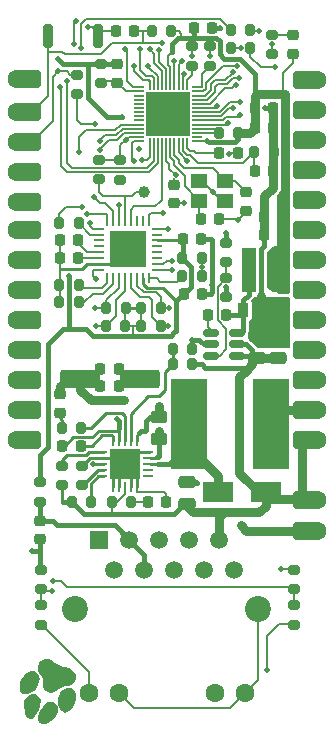
<source format=gtl>
G04 #@! TF.GenerationSoftware,KiCad,Pcbnew,8.0.2*
G04 #@! TF.CreationDate,2024-06-13T23:11:37+12:00*
G04 #@! TF.ProjectId,LAN-Module-PoE-Castellated,4c414e2d-4d6f-4647-956c-652d506f452d,rev?*
G04 #@! TF.SameCoordinates,Original*
G04 #@! TF.FileFunction,Copper,L1,Top*
G04 #@! TF.FilePolarity,Positive*
%FSLAX46Y46*%
G04 Gerber Fmt 4.6, Leading zero omitted, Abs format (unit mm)*
G04 Created by KiCad (PCBNEW 8.0.2) date 2024-06-13 23:11:37*
%MOMM*%
%LPD*%
G01*
G04 APERTURE LIST*
G04 Aperture macros list*
%AMRoundRect*
0 Rectangle with rounded corners*
0 $1 Rounding radius*
0 $2 $3 $4 $5 $6 $7 $8 $9 X,Y pos of 4 corners*
0 Add a 4 corners polygon primitive as box body*
4,1,4,$2,$3,$4,$5,$6,$7,$8,$9,$2,$3,0*
0 Add four circle primitives for the rounded corners*
1,1,$1+$1,$2,$3*
1,1,$1+$1,$4,$5*
1,1,$1+$1,$6,$7*
1,1,$1+$1,$8,$9*
0 Add four rect primitives between the rounded corners*
20,1,$1+$1,$2,$3,$4,$5,0*
20,1,$1+$1,$4,$5,$6,$7,0*
20,1,$1+$1,$6,$7,$8,$9,0*
20,1,$1+$1,$8,$9,$2,$3,0*%
G04 Aperture macros list end*
G04 #@! TA.AperFunction,EtchedComponent*
%ADD10C,0.000000*%
G04 #@! TD*
G04 #@! TA.AperFunction,SMDPad,CuDef*
%ADD11RoundRect,0.200000X0.200000X0.275000X-0.200000X0.275000X-0.200000X-0.275000X0.200000X-0.275000X0*%
G04 #@! TD*
G04 #@! TA.AperFunction,ComponentPad*
%ADD12RoundRect,0.400000X0.400000X0.400000X-0.400000X0.400000X-0.400000X-0.400000X0.400000X-0.400000X0*%
G04 #@! TD*
G04 #@! TA.AperFunction,SMDPad,CuDef*
%ADD13R,1.270000X1.600000*%
G04 #@! TD*
G04 #@! TA.AperFunction,ComponentPad*
%ADD14C,1.600000*%
G04 #@! TD*
G04 #@! TA.AperFunction,ComponentPad*
%ADD15RoundRect,0.400000X-0.400000X-0.400000X0.400000X-0.400000X0.400000X0.400000X-0.400000X0.400000X0*%
G04 #@! TD*
G04 #@! TA.AperFunction,SMDPad,CuDef*
%ADD16RoundRect,0.225000X0.225000X0.250000X-0.225000X0.250000X-0.225000X-0.250000X0.225000X-0.250000X0*%
G04 #@! TD*
G04 #@! TA.AperFunction,SMDPad,CuDef*
%ADD17R,0.900000X1.200000*%
G04 #@! TD*
G04 #@! TA.AperFunction,SMDPad,CuDef*
%ADD18RoundRect,0.150000X-0.512500X-0.150000X0.512500X-0.150000X0.512500X0.150000X-0.512500X0.150000X0*%
G04 #@! TD*
G04 #@! TA.AperFunction,SMDPad,CuDef*
%ADD19RoundRect,0.200000X-0.200000X-0.275000X0.200000X-0.275000X0.200000X0.275000X-0.200000X0.275000X0*%
G04 #@! TD*
G04 #@! TA.AperFunction,SMDPad,CuDef*
%ADD20RoundRect,0.250000X0.450000X-0.262500X0.450000X0.262500X-0.450000X0.262500X-0.450000X-0.262500X0*%
G04 #@! TD*
G04 #@! TA.AperFunction,SMDPad,CuDef*
%ADD21RoundRect,0.200000X-0.275000X0.200000X-0.275000X-0.200000X0.275000X-0.200000X0.275000X0.200000X0*%
G04 #@! TD*
G04 #@! TA.AperFunction,SMDPad,CuDef*
%ADD22RoundRect,0.225000X0.250000X-0.225000X0.250000X0.225000X-0.250000X0.225000X-0.250000X-0.225000X0*%
G04 #@! TD*
G04 #@! TA.AperFunction,SMDPad,CuDef*
%ADD23RoundRect,0.225000X-0.225000X-0.250000X0.225000X-0.250000X0.225000X0.250000X-0.225000X0.250000X0*%
G04 #@! TD*
G04 #@! TA.AperFunction,SMDPad,CuDef*
%ADD24RoundRect,0.200000X0.275000X-0.200000X0.275000X0.200000X-0.275000X0.200000X-0.275000X-0.200000X0*%
G04 #@! TD*
G04 #@! TA.AperFunction,SMDPad,CuDef*
%ADD25R,1.200000X3.700000*%
G04 #@! TD*
G04 #@! TA.AperFunction,SMDPad,CuDef*
%ADD26RoundRect,0.250000X0.475000X-0.250000X0.475000X0.250000X-0.475000X0.250000X-0.475000X-0.250000X0*%
G04 #@! TD*
G04 #@! TA.AperFunction,SMDPad,CuDef*
%ADD27RoundRect,0.225000X-0.250000X0.225000X-0.250000X-0.225000X0.250000X-0.225000X0.250000X0.225000X0*%
G04 #@! TD*
G04 #@! TA.AperFunction,SMDPad,CuDef*
%ADD28RoundRect,0.062500X-0.062500X0.362500X-0.062500X-0.362500X0.062500X-0.362500X0.062500X0.362500X0*%
G04 #@! TD*
G04 #@! TA.AperFunction,SMDPad,CuDef*
%ADD29RoundRect,0.062500X-0.362500X0.062500X-0.362500X-0.062500X0.362500X-0.062500X0.362500X0.062500X0*%
G04 #@! TD*
G04 #@! TA.AperFunction,SMDPad,CuDef*
%ADD30R,2.600000X2.600000*%
G04 #@! TD*
G04 #@! TA.AperFunction,SMDPad,CuDef*
%ADD31R,2.500000X1.800000*%
G04 #@! TD*
G04 #@! TA.AperFunction,SMDPad,CuDef*
%ADD32R,3.100000X7.700000*%
G04 #@! TD*
G04 #@! TA.AperFunction,SMDPad,CuDef*
%ADD33RoundRect,0.062500X0.062500X-0.375000X0.062500X0.375000X-0.062500X0.375000X-0.062500X-0.375000X0*%
G04 #@! TD*
G04 #@! TA.AperFunction,SMDPad,CuDef*
%ADD34RoundRect,0.062500X0.375000X-0.062500X0.375000X0.062500X-0.375000X0.062500X-0.375000X-0.062500X0*%
G04 #@! TD*
G04 #@! TA.AperFunction,SMDPad,CuDef*
%ADD35R,3.100000X3.100000*%
G04 #@! TD*
G04 #@! TA.AperFunction,SMDPad,CuDef*
%ADD36RoundRect,0.200000X0.200000X0.800000X-0.200000X0.800000X-0.200000X-0.800000X0.200000X-0.800000X0*%
G04 #@! TD*
G04 #@! TA.AperFunction,SMDPad,CuDef*
%ADD37C,1.000000*%
G04 #@! TD*
G04 #@! TA.AperFunction,SMDPad,CuDef*
%ADD38RoundRect,0.218750X-0.256250X0.218750X-0.256250X-0.218750X0.256250X-0.218750X0.256250X0.218750X0*%
G04 #@! TD*
G04 #@! TA.AperFunction,SMDPad,CuDef*
%ADD39RoundRect,0.250000X1.412500X0.550000X-1.412500X0.550000X-1.412500X-0.550000X1.412500X-0.550000X0*%
G04 #@! TD*
G04 #@! TA.AperFunction,ComponentPad*
%ADD40R,1.500000X1.500000*%
G04 #@! TD*
G04 #@! TA.AperFunction,ComponentPad*
%ADD41C,1.500000*%
G04 #@! TD*
G04 #@! TA.AperFunction,ComponentPad*
%ADD42C,2.200000*%
G04 #@! TD*
G04 #@! TA.AperFunction,SMDPad,CuDef*
%ADD43RoundRect,0.050000X0.350000X0.050000X-0.350000X0.050000X-0.350000X-0.050000X0.350000X-0.050000X0*%
G04 #@! TD*
G04 #@! TA.AperFunction,SMDPad,CuDef*
%ADD44RoundRect,0.050000X0.050000X0.350000X-0.050000X0.350000X-0.050000X-0.350000X0.050000X-0.350000X0*%
G04 #@! TD*
G04 #@! TA.AperFunction,ComponentPad*
%ADD45C,0.500000*%
G04 #@! TD*
G04 #@! TA.AperFunction,SMDPad,CuDef*
%ADD46R,3.700000X3.700000*%
G04 #@! TD*
G04 #@! TA.AperFunction,SMDPad,CuDef*
%ADD47R,1.400000X1.200000*%
G04 #@! TD*
G04 #@! TA.AperFunction,ViaPad*
%ADD48C,0.500000*%
G04 #@! TD*
G04 #@! TA.AperFunction,Conductor*
%ADD49C,0.200000*%
G04 #@! TD*
G04 #@! TA.AperFunction,Conductor*
%ADD50C,0.400000*%
G04 #@! TD*
G04 #@! TA.AperFunction,Conductor*
%ADD51C,0.800000*%
G04 #@! TD*
G04 #@! TA.AperFunction,Conductor*
%ADD52C,0.250000*%
G04 #@! TD*
G04 APERTURE END LIST*
D10*
G04 #@! TA.AperFunction,EtchedComponent*
G04 #@! TO.C,LOGO1*
G36*
X30796123Y-90129000D02*
G01*
X30957123Y-90228000D01*
X31098123Y-90396000D01*
X31168123Y-90615000D01*
X31176123Y-90799000D01*
X31149123Y-91008000D01*
X31088123Y-91232000D01*
X30995123Y-91463000D01*
X30873123Y-91694000D01*
X30713123Y-91930000D01*
X30558123Y-92091000D01*
X30407123Y-92177000D01*
X30259123Y-92190000D01*
X30091123Y-92127000D01*
X29964123Y-91996000D01*
X29872123Y-91789000D01*
X29811123Y-91498000D01*
X29776123Y-91188000D01*
X29770123Y-90932000D01*
X29794123Y-90722000D01*
X29851123Y-90548000D01*
X29942123Y-90403000D01*
X30069123Y-90275000D01*
X30249123Y-90157000D01*
X30435123Y-90094000D01*
X30620123Y-90084000D01*
X30796123Y-90129000D01*
G37*
G04 #@! TD.AperFunction*
G04 #@! TA.AperFunction,EtchedComponent*
G36*
X32291123Y-90807000D02*
G01*
X32440123Y-90905000D01*
X32553123Y-91055000D01*
X32625123Y-91231000D01*
X32654123Y-91423000D01*
X32638123Y-91622000D01*
X32577123Y-91815000D01*
X32504123Y-91951000D01*
X32408123Y-92068000D01*
X32260123Y-92195000D01*
X32034123Y-92359000D01*
X31773123Y-92528000D01*
X31571123Y-92628000D01*
X31404123Y-92666000D01*
X31250123Y-92652000D01*
X31101123Y-92582000D01*
X31007123Y-92458000D01*
X30969123Y-92281000D01*
X30986123Y-92052000D01*
X31059123Y-91771000D01*
X31141123Y-91557000D01*
X31239123Y-91359000D01*
X31350123Y-91181000D01*
X31471123Y-91029000D01*
X31599123Y-90905000D01*
X31730123Y-90816000D01*
X31908123Y-90759000D01*
X32104123Y-90757000D01*
X32291123Y-90807000D01*
G37*
G04 #@! TD.AperFunction*
G04 #@! TA.AperFunction,EtchedComponent*
G36*
X30667123Y-88191000D02*
G01*
X30764123Y-88250000D01*
X30864123Y-88332000D01*
X30997123Y-88492000D01*
X31075123Y-88668000D01*
X31098123Y-88862000D01*
X31068123Y-89075000D01*
X30983123Y-89310000D01*
X30875123Y-89512000D01*
X30748123Y-89684000D01*
X30601123Y-89826000D01*
X30430123Y-89942000D01*
X30235123Y-90033000D01*
X30007123Y-90096000D01*
X29803123Y-90105000D01*
X29635123Y-90062000D01*
X29513123Y-89968000D01*
X29454123Y-89822000D01*
X29427123Y-89602000D01*
X29431123Y-89346000D01*
X29465123Y-89095000D01*
X29530123Y-88886000D01*
X29616123Y-88735000D01*
X29735123Y-88580000D01*
X29876123Y-88433000D01*
X30025123Y-88307000D01*
X30170123Y-88214000D01*
X30333123Y-88164000D01*
X30513123Y-88155000D01*
X30667123Y-88191000D01*
G37*
G04 #@! TD.AperFunction*
G04 #@! TA.AperFunction,EtchedComponent*
G36*
X33795123Y-89623000D02*
G01*
X33922123Y-89684000D01*
X34023123Y-89788000D01*
X34097123Y-89905000D01*
X34146123Y-90024000D01*
X34174123Y-90218000D01*
X34174123Y-90431000D01*
X34145123Y-90647000D01*
X34092123Y-90848000D01*
X34015123Y-91020000D01*
X33894123Y-91191000D01*
X33737123Y-91360000D01*
X33567123Y-91509000D01*
X33404123Y-91618000D01*
X33272123Y-91668000D01*
X33118123Y-91647000D01*
X32970123Y-91551000D01*
X32837123Y-91389000D01*
X32730123Y-91169000D01*
X32666123Y-90950000D01*
X32643123Y-90736000D01*
X32661123Y-90521000D01*
X32720123Y-90300000D01*
X32821123Y-90066000D01*
X32940123Y-89853000D01*
X33056123Y-89736000D01*
X33223123Y-89636000D01*
X33407123Y-89584000D01*
X33600123Y-89579000D01*
X33795123Y-89623000D01*
G37*
G04 #@! TD.AperFunction*
G04 #@! TA.AperFunction,EtchedComponent*
G36*
X31868123Y-87172000D02*
G01*
X32017123Y-87223000D01*
X32182123Y-87308000D01*
X32380123Y-87435000D01*
X32564123Y-87556000D01*
X32724123Y-87647000D01*
X32881123Y-87718000D01*
X33056123Y-87780000D01*
X33270123Y-87842000D01*
X33550123Y-87924000D01*
X33725123Y-87998000D01*
X33855123Y-88090000D01*
X34028123Y-88266000D01*
X34131123Y-88445000D01*
X34173123Y-88642000D01*
X34168123Y-88799000D01*
X34111123Y-88961000D01*
X34014123Y-89124000D01*
X33883123Y-89253000D01*
X33715123Y-89349000D01*
X33507123Y-89414000D01*
X33257123Y-89449000D01*
X33032123Y-89484000D01*
X32862123Y-89560000D01*
X32705123Y-89697000D01*
X32507123Y-89881000D01*
X32334123Y-89969000D01*
X32123123Y-89993000D01*
X31965123Y-89977000D01*
X31793123Y-89913000D01*
X31626123Y-89821000D01*
X31500123Y-89691000D01*
X31399123Y-89537000D01*
X31355123Y-89375000D01*
X31357123Y-89172000D01*
X31369123Y-88957000D01*
X31349123Y-88797000D01*
X31284123Y-88650000D01*
X31164123Y-88476000D01*
X31039123Y-88282000D01*
X30960123Y-88092000D01*
X30926123Y-87905000D01*
X30937123Y-87722000D01*
X30994123Y-87543000D01*
X31077123Y-87394000D01*
X31193123Y-87287000D01*
X31350123Y-87200000D01*
X31529123Y-87152000D01*
X31717123Y-87147000D01*
X31868123Y-87172000D01*
G37*
G04 #@! TD.AperFunction*
G04 #@! TD*
D11*
G04 #@! TO.P,R5,1*
G04 #@! TO.N,Net-(C1-Pad1)*
X38825000Y-73800000D03*
G04 #@! TO.P,R5,2*
G04 #@! TO.N,/12V*
X37175000Y-73800000D03*
G04 #@! TD*
D12*
G04 #@! TO.P,J16,1,1*
G04 #@! TO.N,GND*
X30480000Y-68580000D03*
D13*
X29845000Y-68580000D03*
D14*
X29210000Y-68580000D03*
G04 #@! TD*
D12*
G04 #@! TO.P,J14,1,1*
G04 #@! TO.N,GND*
X30480000Y-66040000D03*
D13*
X29845000Y-66040000D03*
D14*
X29210000Y-66040000D03*
G04 #@! TD*
D15*
G04 #@! TO.P,J29,1,1*
G04 #@! TO.N,/VIN_NEG*
X53340000Y-76260000D03*
D13*
X53975000Y-76260000D03*
D14*
X54610000Y-76260000D03*
G04 #@! TD*
D15*
G04 #@! TO.P,J28,1,1*
G04 #@! TO.N,/12V*
X53340000Y-68580000D03*
D13*
X53975000Y-68580000D03*
D14*
X54610000Y-68580000D03*
G04 #@! TD*
D15*
G04 #@! TO.P,J27,1,1*
G04 #@! TO.N,GND*
X53340000Y-66040000D03*
D13*
X53975000Y-66040000D03*
D14*
X54610000Y-66040000D03*
G04 #@! TD*
D15*
G04 #@! TO.P,J26,1,1*
G04 #@! TO.N,/S_VP*
X53340000Y-60960000D03*
D13*
X53975000Y-60960000D03*
D14*
X54610000Y-60960000D03*
G04 #@! TD*
D15*
G04 #@! TO.P,J25,1,1*
G04 #@! TO.N,/IO37*
X53340000Y-58420000D03*
D13*
X53975000Y-58420000D03*
D14*
X54610000Y-58420000D03*
G04 #@! TD*
D15*
G04 #@! TO.P,J24,1,1*
G04 #@! TO.N,/IO38*
X53340000Y-55880000D03*
D13*
X53975000Y-55880000D03*
D14*
X54610000Y-55880000D03*
G04 #@! TD*
D15*
G04 #@! TO.P,J23,1,1*
G04 #@! TO.N,/S_VN*
X53340000Y-53340000D03*
D13*
X53975000Y-53340000D03*
D14*
X54610000Y-53340000D03*
G04 #@! TD*
D15*
G04 #@! TO.P,J22,1,1*
G04 #@! TO.N,/IO34*
X53340000Y-50800000D03*
D13*
X53975000Y-50800000D03*
D14*
X54610000Y-50800000D03*
G04 #@! TD*
D15*
G04 #@! TO.P,J21,1,1*
G04 #@! TO.N,/IO35*
X53340000Y-48260000D03*
D13*
X53975000Y-48260000D03*
D14*
X54610000Y-48260000D03*
G04 #@! TD*
D15*
G04 #@! TO.P,J20,1,1*
G04 #@! TO.N,/IO32*
X53340000Y-45720000D03*
D13*
X53975000Y-45720000D03*
D14*
X54610000Y-45720000D03*
G04 #@! TD*
D15*
G04 #@! TO.P,J19,1,1*
G04 #@! TO.N,/IO33*
X53340000Y-43180000D03*
D13*
X53975000Y-43180000D03*
D14*
X54610000Y-43180000D03*
G04 #@! TD*
D15*
G04 #@! TO.P,J18,1,1*
G04 #@! TO.N,/U0RXD*
X53340000Y-40640000D03*
D13*
X53975000Y-40640000D03*
D14*
X54610000Y-40640000D03*
G04 #@! TD*
D15*
G04 #@! TO.P,J17,1,1*
G04 #@! TO.N,/U0TXD*
X53340000Y-38100000D03*
D13*
X53975000Y-38100000D03*
D14*
X54610000Y-38100000D03*
G04 #@! TD*
D15*
G04 #@! TO.P,J15,1,1*
G04 #@! TO.N,+3V3*
X53340000Y-63500000D03*
D13*
X53975000Y-63500000D03*
D14*
X54610000Y-63500000D03*
G04 #@! TD*
D12*
G04 #@! TO.P,J13,1,1*
G04 #@! TO.N,/IO5*
X30480000Y-63500000D03*
D13*
X29845000Y-63500000D03*
D14*
X29210000Y-63500000D03*
G04 #@! TD*
D12*
G04 #@! TO.P,J12,1,1*
G04 #@! TO.N,/IO14*
X30480000Y-60960000D03*
D13*
X29845000Y-60960000D03*
D14*
X29210000Y-60960000D03*
G04 #@! TD*
D12*
G04 #@! TO.P,J11,1,1*
G04 #@! TO.N,/IO2*
X30480000Y-58420000D03*
D13*
X29845000Y-58420000D03*
D14*
X29210000Y-58420000D03*
G04 #@! TD*
D12*
G04 #@! TO.P,J10,1,1*
G04 #@! TO.N,/IO4*
X30480000Y-55880000D03*
D13*
X29845000Y-55880000D03*
D14*
X29210000Y-55880000D03*
G04 #@! TD*
D12*
G04 #@! TO.P,J9,1,1*
G04 #@! TO.N,/IO12*
X30480000Y-53340000D03*
D13*
X29845000Y-53340000D03*
D14*
X29210000Y-53340000D03*
G04 #@! TD*
D12*
G04 #@! TO.P,J8,1,1*
G04 #@! TO.N,/IO15*
X30480000Y-50800000D03*
D13*
X29845000Y-50800000D03*
D14*
X29210000Y-50800000D03*
G04 #@! TD*
D12*
G04 #@! TO.P,J7,1,1*
G04 #@! TO.N,/IO16*
X30480000Y-48400000D03*
D13*
X29845000Y-48400000D03*
D14*
X29210000Y-48400000D03*
G04 #@! TD*
D12*
G04 #@! TO.P,J6,1,1*
G04 #@! TO.N,/IO13*
X30480000Y-45860000D03*
D13*
X29845000Y-45860000D03*
D14*
X29210000Y-45860000D03*
G04 #@! TD*
D12*
G04 #@! TO.P,J5,1,1*
G04 #@! TO.N,/BOOT*
X30480000Y-43320000D03*
D13*
X29845000Y-43320000D03*
D14*
X29210000Y-43320000D03*
G04 #@! TD*
D12*
G04 #@! TO.P,J4,1,1*
G04 #@! TO.N,/EN*
X30480000Y-40780000D03*
D13*
X29845000Y-40780000D03*
D14*
X29210000Y-40780000D03*
G04 #@! TD*
D12*
G04 #@! TO.P,J3,1,1*
G04 #@! TO.N,GND*
X30480000Y-38010000D03*
D13*
X29845000Y-38010000D03*
D14*
X29210000Y-38010000D03*
G04 #@! TD*
D15*
G04 #@! TO.P,J2,1,1*
G04 #@! TO.N,/12V*
X53340000Y-73660000D03*
D13*
X53975000Y-73660000D03*
D14*
X54610000Y-73660000D03*
G04 #@! TD*
D11*
G04 #@! TO.P,R14,1*
G04 #@! TO.N,/LAN_3P3V*
X38332500Y-58950000D03*
G04 #@! TO.P,R14,2*
G04 #@! TO.N,/MDI0_N*
X36682500Y-58950000D03*
G04 #@! TD*
D16*
G04 #@! TO.P,C2,1*
G04 #@! TO.N,GND*
X50850000Y-42200000D03*
G04 #@! TO.P,C2,2*
G04 #@! TO.N,+3V3*
X49300000Y-42200000D03*
G04 #@! TD*
D17*
G04 #@! TO.P,D2,1,K*
G04 #@! TO.N,Net-(D2-K)*
X48350000Y-57600000D03*
G04 #@! TO.P,D2,2,A*
G04 #@! TO.N,GND*
X51650000Y-57600000D03*
G04 #@! TD*
D18*
G04 #@! TO.P,U3,1,CB*
G04 #@! TO.N,Net-(U3-CB)*
X45562500Y-59550000D03*
G04 #@! TO.P,U3,2,GND*
G04 #@! TO.N,GND*
X45562500Y-60500000D03*
G04 #@! TO.P,U3,3,FB*
G04 #@! TO.N,Net-(U3-FB)*
X45562500Y-61450000D03*
G04 #@! TO.P,U3,4,~{SHDN}*
G04 #@! TO.N,/12V*
X47837500Y-61450000D03*
G04 #@! TO.P,U3,5,VIN*
X47837500Y-60500000D03*
G04 #@! TO.P,U3,6,SW*
G04 #@! TO.N,Net-(D2-K)*
X47837500Y-59550000D03*
G04 #@! TD*
D19*
G04 #@! TO.P,R8,1*
G04 #@! TO.N,GND*
X32745000Y-55450000D03*
G04 #@! TO.P,R8,2*
G04 #@! TO.N,/RSET*
X34395000Y-55450000D03*
G04 #@! TD*
G04 #@! TO.P,R17,1*
G04 #@! TO.N,/LAN_3P3V*
X39682500Y-58950000D03*
G04 #@! TO.P,R17,2*
G04 #@! TO.N,/MDI1_P*
X41332500Y-58950000D03*
G04 #@! TD*
D11*
G04 #@! TO.P,C22,1*
G04 #@! TO.N,/AVDD10*
X34395000Y-56950000D03*
G04 #@! TO.P,C22,2*
G04 #@! TO.N,GND*
X32745000Y-56950000D03*
G04 #@! TD*
D20*
G04 #@! TO.P,R20,1*
G04 #@! TO.N,/VSS*
X41200000Y-68512500D03*
G04 #@! TO.P,R20,2*
G04 #@! TO.N,/VIN_NEG*
X41200000Y-66687500D03*
G04 #@! TD*
D21*
G04 #@! TO.P,R32,1*
G04 #@! TO.N,/BOOT*
X34250000Y-37675000D03*
G04 #@! TO.P,R32,2*
G04 #@! TO.N,/ETHCLK*
X34250000Y-39325000D03*
G04 #@! TD*
D22*
G04 #@! TO.P,C3,1*
G04 #@! TO.N,GND*
X31100000Y-76975000D03*
G04 #@! TO.P,C3,2*
G04 #@! TO.N,/MDI0_CT*
X31100000Y-75425000D03*
G04 #@! TD*
D21*
G04 #@! TO.P,R2,1*
G04 #@! TO.N,GND*
X36275000Y-36750000D03*
G04 #@! TO.P,R2,2*
G04 #@! TO.N,/VDD_SDIO*
X36275000Y-38400000D03*
G04 #@! TD*
D23*
G04 #@! TO.P,C10,1*
G04 #@! TO.N,GND*
X37525000Y-34000000D03*
G04 #@! TO.P,C10,2*
G04 #@! TO.N,/EN*
X39075000Y-34000000D03*
G04 #@! TD*
D24*
G04 #@! TO.P,R11,1*
G04 #@! TO.N,/RTL_LED1*
X52600000Y-81225000D03*
G04 #@! TO.P,R11,2*
G04 #@! TO.N,GND*
X52600000Y-79575000D03*
G04 #@! TD*
D21*
G04 #@! TO.P,R10,1*
G04 #@! TO.N,+3V3*
X36100000Y-44875000D03*
G04 #@! TO.P,R10,2*
G04 #@! TO.N,/ETH_RST*
X36100000Y-46525000D03*
G04 #@! TD*
D25*
G04 #@! TO.P,L2,1*
G04 #@! TO.N,Net-(D2-K)*
X48800000Y-54200000D03*
G04 #@! TO.P,L2,2*
G04 #@! TO.N,+3V3*
X51600000Y-54200000D03*
G04 #@! TD*
D26*
G04 #@! TO.P,C29,1*
G04 #@! TO.N,/12V*
X49500000Y-61650000D03*
G04 #@! TO.P,C29,2*
G04 #@! TO.N,GND*
X49500000Y-59750000D03*
G04 #@! TD*
D27*
G04 #@! TO.P,C13,1*
G04 #@! TO.N,/XTAL_P*
X48600000Y-47625000D03*
G04 #@! TO.P,C13,2*
G04 #@! TO.N,GND*
X48600000Y-49175000D03*
G04 #@! TD*
D16*
G04 #@! TO.P,C21,1*
G04 #@! TO.N,+3V3*
X51675000Y-51200000D03*
G04 #@! TO.P,C21,2*
G04 #@! TO.N,GND*
X50125000Y-51200000D03*
G04 #@! TD*
D28*
G04 #@! TO.P,U2,1,ISNS*
G04 #@! TO.N,/VIN_NEG*
X39300000Y-68681233D03*
G04 #@! TO.P,U2,2,FBH*
G04 #@! TO.N,/FBH*
X38800000Y-68681233D03*
G04 #@! TO.P,U2,3,EROUT*
G04 #@! TO.N,/COMP*
X38300000Y-68681233D03*
G04 #@! TO.P,U2,4,FBL*
G04 #@! TO.N,/VSS*
X37800000Y-68681233D03*
G04 #@! TO.P,U2,5,VDD*
G04 #@! TO.N,Net-(U2-VDD)*
X37300000Y-68681233D03*
D29*
G04 #@! TO.P,U2,6,RDET*
G04 #@! TO.N,Net-(U2-RDET)*
X36375000Y-69606233D03*
G04 #@! TO.P,U2,7,NC*
G04 #@! TO.N,/POE_NEG*
X36375000Y-70106233D03*
G04 #@! TO.P,U2,8,HSO*
G04 #@! TO.N,/VIN_NEG*
X36375000Y-70606233D03*
G04 #@! TO.P,U2,9,RCLASS*
G04 #@! TO.N,Net-(U2-RCLASS)*
X36375000Y-71106233D03*
G04 #@! TO.P,U2,10,RFREQ*
G04 #@! TO.N,Net-(U2-RFREQ)*
X36375000Y-71606233D03*
D28*
G04 #@! TO.P,U2,11,NC*
G04 #@! TO.N,/POE_NEG*
X37300000Y-72531233D03*
G04 #@! TO.P,U2,12,NC*
X37800000Y-72531233D03*
G04 #@! TO.P,U2,13,VPOS*
G04 #@! TO.N,/12V*
X38300000Y-72531233D03*
G04 #@! TO.P,U2,14,NC*
G04 #@! TO.N,/POE_NEG*
X38800000Y-72531233D03*
G04 #@! TO.P,U2,15,NC*
X39300000Y-72531233D03*
D29*
G04 #@! TO.P,U2,16,VT15*
G04 #@! TO.N,unconnected-(U2-VT15-Pad16)*
X40225000Y-71606233D03*
G04 #@! TO.P,U2,17*
G04 #@! TO.N,N/C*
X40225000Y-71106233D03*
G04 #@! TO.P,U2,18,SWO*
G04 #@! TO.N,/SWO*
X40225000Y-70606233D03*
G04 #@! TO.P,U2,19,VSS*
G04 #@! TO.N,/VSS*
X40225000Y-70106233D03*
G04 #@! TO.P,U2,20,NC*
G04 #@! TO.N,/POE_NEG*
X40225000Y-69606233D03*
D30*
G04 #@! TO.P,U2,21,VNEG*
X38300000Y-70606233D03*
G04 #@! TD*
D19*
G04 #@! TO.P,R23,1*
G04 #@! TO.N,/FBH*
X42350000Y-62200000D03*
G04 #@! TO.P,R23,2*
G04 #@! TO.N,/12V*
X44000000Y-62200000D03*
G04 #@! TD*
D11*
G04 #@! TO.P,R13,1*
G04 #@! TO.N,/LAN_3P3V*
X38395000Y-57450000D03*
G04 #@! TO.P,R13,2*
G04 #@! TO.N,/MDI0_P*
X36745000Y-57450000D03*
G04 #@! TD*
D31*
G04 #@! TO.P,D1,1,K*
G04 #@! TO.N,/12V*
X50230000Y-73031233D03*
G04 #@! TO.P,D1,2,A*
G04 #@! TO.N,/SWO*
X46230000Y-73031233D03*
G04 #@! TD*
D24*
G04 #@! TO.P,R6,1*
G04 #@! TO.N,/12V*
X32970000Y-72425000D03*
G04 #@! TO.P,R6,2*
G04 #@! TO.N,Net-(U2-RDET)*
X32970000Y-70775000D03*
G04 #@! TD*
D19*
G04 #@! TO.P,R19,1*
G04 #@! TO.N,/12V*
X33825000Y-73831233D03*
G04 #@! TO.P,R19,2*
G04 #@! TO.N,Net-(U2-RFREQ)*
X35475000Y-73831233D03*
G04 #@! TD*
D24*
G04 #@! TO.P,R29,1*
G04 #@! TO.N,/ETH_RXD0*
X45500000Y-36925000D03*
G04 #@! TO.P,R29,2*
G04 #@! TO.N,/RXD0*
X45500000Y-35275000D03*
G04 #@! TD*
D32*
G04 #@! TO.P,L4,1*
G04 #@! TO.N,/SWO*
X43750000Y-67200000D03*
G04 #@! TO.P,L4,2*
G04 #@! TO.N,GND*
X50650000Y-67200000D03*
G04 #@! TD*
D19*
G04 #@! TO.P,R18,1*
G04 #@! TO.N,/LAN_3P3V*
X39682500Y-57450000D03*
G04 #@! TO.P,R18,2*
G04 #@! TO.N,/MDI1_N*
X41332500Y-57450000D03*
G04 #@! TD*
D16*
G04 #@! TO.P,C20,1*
G04 #@! TO.N,Net-(U2-VDD)*
X34575000Y-69100000D03*
G04 #@! TO.P,C20,2*
G04 #@! TO.N,/VSS*
X33025000Y-69100000D03*
G04 #@! TD*
D24*
G04 #@! TO.P,C8,1*
G04 #@! TO.N,GND*
X37925000Y-46550000D03*
G04 #@! TO.P,C8,2*
G04 #@! TO.N,+3V3*
X37925000Y-44900000D03*
G04 #@! TD*
D23*
G04 #@! TO.P,C24,1*
G04 #@! TO.N,/LAN_3P3V*
X43295000Y-56200000D03*
G04 #@! TO.P,C24,2*
G04 #@! TO.N,GND*
X44845000Y-56200000D03*
G04 #@! TD*
D11*
G04 #@! TO.P,R3,1*
G04 #@! TO.N,GND*
X50925000Y-44200000D03*
G04 #@! TO.P,R3,2*
G04 #@! TO.N,/CAP2*
X49275000Y-44200000D03*
G04 #@! TD*
D24*
G04 #@! TO.P,R12,1*
G04 #@! TO.N,/RTL_LED0*
X31200000Y-81225000D03*
G04 #@! TO.P,R12,2*
G04 #@! TO.N,GND*
X31200000Y-79575000D03*
G04 #@! TD*
G04 #@! TO.P,R26,1*
G04 #@! TO.N,Net-(U3-FB)*
X46900000Y-53525000D03*
G04 #@! TO.P,R26,2*
G04 #@! TO.N,+3V3*
X46900000Y-51875000D03*
G04 #@! TD*
D33*
G04 #@! TO.P,U4,1,RSET*
G04 #@! TO.N,/RSET*
X36820000Y-54887500D03*
G04 #@! TO.P,U4,2,AVDD10OUT*
G04 #@! TO.N,/AVDD10*
X37320000Y-54887500D03*
G04 #@! TO.P,U4,3,MDI0_P*
G04 #@! TO.N,/MDI0_P*
X37820000Y-54887500D03*
G04 #@! TO.P,U4,4,MDI0_N*
G04 #@! TO.N,/MDI0_N*
X38320000Y-54887500D03*
G04 #@! TO.P,U4,5,MDI1_P*
G04 #@! TO.N,/MDI1_P*
X38820000Y-54887500D03*
G04 #@! TO.P,U4,6,MDI1_N*
G04 #@! TO.N,/MDI1_N*
X39320000Y-54887500D03*
G04 #@! TO.P,U4,7,AVDD33*
G04 #@! TO.N,/LAN_3P3V*
X39820000Y-54887500D03*
G04 #@! TO.P,U4,8,RXDV*
G04 #@! TO.N,/RXDV*
X40320000Y-54887500D03*
D34*
G04 #@! TO.P,U4,9,RXD0*
G04 #@! TO.N,/RXD0*
X41007500Y-54200000D03*
G04 #@! TO.P,U4,10,RXD1*
G04 #@! TO.N,/RXD1*
X41007500Y-53700000D03*
G04 #@! TO.P,U4,11,RXD2_INTB*
G04 #@! TO.N,unconnected-(U4-RXD2_INTB-Pad11)*
X41007500Y-53200000D03*
G04 #@! TO.P,U4,12,RXD3_CLK_CTL*
G04 #@! TO.N,unconnected-(U4-RXD3_CLK_CTL-Pad12)*
X41007500Y-52700000D03*
G04 #@! TO.P,U4,13,RXC*
G04 #@! TO.N,unconnected-(U4-RXC-Pad13)*
X41007500Y-52200000D03*
G04 #@! TO.P,U4,14,DVDD33*
G04 #@! TO.N,/LAN_3P3V*
X41007500Y-51700000D03*
G04 #@! TO.P,U4,15,TXC*
G04 #@! TO.N,unconnected-(U4-TXC-Pad15)*
X41007500Y-51200000D03*
G04 #@! TO.P,U4,16,TXD0*
G04 #@! TO.N,/ETH_TXD0*
X41007500Y-50700000D03*
D33*
G04 #@! TO.P,U4,17,TXD1*
G04 #@! TO.N,/ETH_TXD1*
X40320000Y-50012500D03*
G04 #@! TO.P,U4,18,TXD2*
G04 #@! TO.N,unconnected-(U4-TXD2-Pad18)*
X39820000Y-50012500D03*
G04 #@! TO.P,U4,19,TXD3*
G04 #@! TO.N,unconnected-(U4-TXD3-Pad19)*
X39320000Y-50012500D03*
G04 #@! TO.P,U4,20,TXEN*
G04 #@! TO.N,/ETH_TXEN*
X38820000Y-50012500D03*
G04 #@! TO.P,U4,21,PHYRSTB*
G04 #@! TO.N,/ETH_RST*
X38320000Y-50012500D03*
G04 #@! TO.P,U4,22,MDC*
G04 #@! TO.N,/ETH_MDC*
X37820000Y-50012500D03*
G04 #@! TO.P,U4,23,MDIO*
G04 #@! TO.N,/ETH_MDIO*
X37320000Y-50012500D03*
G04 #@! TO.P,U4,24,LED0_PHYAD0*
G04 #@! TO.N,/RTL_LED0*
X36820000Y-50012500D03*
D34*
G04 #@! TO.P,U4,25,LED1_PHYAD1*
G04 #@! TO.N,/RTL_LED1*
X36132500Y-50700000D03*
G04 #@! TO.P,U4,26,CRS_DV*
G04 #@! TO.N,/CRS_DV*
X36132500Y-51200000D03*
G04 #@! TO.P,U4,27,COL*
G04 #@! TO.N,unconnected-(U4-COL-Pad27)*
X36132500Y-51700000D03*
G04 #@! TO.P,U4,28,RXER_FXEN*
G04 #@! TO.N,unconnected-(U4-RXER_FXEN-Pad28)*
X36132500Y-52200000D03*
G04 #@! TO.P,U4,29,DVDD10OUT*
G04 #@! TO.N,/DVDD10*
X36132500Y-52700000D03*
G04 #@! TO.P,U4,30,AVDD33*
G04 #@! TO.N,/LAN_3P3V*
X36132500Y-53200000D03*
G04 #@! TO.P,U4,31,CKXTAL1*
G04 #@! TO.N,GND*
X36132500Y-53700000D03*
G04 #@! TO.P,U4,32,CKXTAL2*
G04 #@! TO.N,/ETHCLK*
X36132500Y-54200000D03*
D35*
G04 #@! TO.P,U4,33,GND*
G04 #@! TO.N,GND*
X38570000Y-52450000D03*
G04 #@! TD*
D16*
G04 #@! TO.P,C16,1*
G04 #@! TO.N,GND*
X47850000Y-44300000D03*
G04 #@! TO.P,C16,2*
G04 #@! TO.N,/CAP1*
X46300000Y-44300000D03*
G04 #@! TD*
D36*
G04 #@! TO.P,SW1,1,1*
G04 #@! TO.N,GND*
X36000000Y-34400000D03*
G04 #@! TO.P,SW1,2,2*
G04 #@! TO.N,/EN*
X31800000Y-34400000D03*
G04 #@! TD*
D37*
G04 #@! TO.P,TP1,1,1*
G04 #@! TO.N,/ETH_RST*
X39900000Y-47600000D03*
G04 #@! TD*
D11*
G04 #@! TO.P,R4,1*
G04 #@! TO.N,/U0TXD*
X48925000Y-35400000D03*
G04 #@! TO.P,R4,2*
G04 #@! TO.N,Net-(U1-U0TXD)*
X47275000Y-35400000D03*
G04 #@! TD*
D21*
G04 #@! TO.P,R25,1*
G04 #@! TO.N,/LAN_3P3V*
X31100000Y-72175000D03*
G04 #@! TO.P,R25,2*
G04 #@! TO.N,/MDI0_CT*
X31100000Y-73825000D03*
G04 #@! TD*
D22*
G04 #@! TO.P,C6,1*
G04 #@! TO.N,Net-(C6-Pad1)*
X32800000Y-66275000D03*
G04 #@! TO.P,C6,2*
G04 #@! TO.N,/VSS*
X32800000Y-64725000D03*
G04 #@! TD*
D38*
G04 #@! TO.P,D3,1,K*
G04 #@! TO.N,Net-(D3-K)*
X52500000Y-34312500D03*
G04 #@! TO.P,D3,2,A*
G04 #@! TO.N,+3V3*
X52500000Y-35887500D03*
G04 #@! TD*
D26*
G04 #@! TO.P,C4,1*
G04 #@! TO.N,/12V*
X43600000Y-74050000D03*
G04 #@! TO.P,C4,2*
G04 #@! TO.N,/VSS*
X43600000Y-72150000D03*
G04 #@! TD*
D11*
G04 #@! TO.P,L3,1*
G04 #@! TO.N,+3V3*
X44795000Y-53200000D03*
G04 #@! TO.P,L3,2*
G04 #@! TO.N,/LAN_3P3V*
X43145000Y-53200000D03*
G04 #@! TD*
D16*
G04 #@! TO.P,C7,1*
G04 #@! TO.N,/12V*
X37775000Y-64050000D03*
G04 #@! TO.P,C7,2*
G04 #@! TO.N,/VSS*
X36225000Y-64050000D03*
G04 #@! TD*
D23*
G04 #@! TO.P,C26,1*
G04 #@! TO.N,/LAN_3P3V*
X43195000Y-51600000D03*
G04 #@! TO.P,C26,2*
G04 #@! TO.N,GND*
X44745000Y-51600000D03*
G04 #@! TD*
D24*
G04 #@! TO.P,R27,1*
G04 #@! TO.N,GND*
X46900000Y-56525000D03*
G04 #@! TO.P,R27,2*
G04 #@! TO.N,Net-(U3-FB)*
X46900000Y-54875000D03*
G04 #@! TD*
G04 #@! TO.P,R28,1*
G04 #@! TO.N,GND*
X50800000Y-35925000D03*
G04 #@! TO.P,R28,2*
G04 #@! TO.N,Net-(D3-K)*
X50800000Y-34275000D03*
G04 #@! TD*
D23*
G04 #@! TO.P,C12,1*
G04 #@! TO.N,/XTAL_N*
X44725000Y-49855000D03*
G04 #@! TO.P,C12,2*
G04 #@! TO.N,GND*
X46275000Y-49855000D03*
G04 #@! TD*
D19*
G04 #@! TO.P,R21,1*
G04 #@! TO.N,Net-(C6-Pad1)*
X32975000Y-67600000D03*
G04 #@! TO.P,R21,2*
G04 #@! TO.N,/COMP*
X34625000Y-67600000D03*
G04 #@! TD*
D23*
G04 #@! TO.P,C5,1*
G04 #@! TO.N,GND*
X50125000Y-49700000D03*
G04 #@! TO.P,C5,2*
G04 #@! TO.N,+3V3*
X51675000Y-49700000D03*
G04 #@! TD*
D11*
G04 #@! TO.P,R24,1*
G04 #@! TO.N,GND*
X44000000Y-60850000D03*
G04 #@! TO.P,R24,2*
G04 #@! TO.N,/FBH*
X42350000Y-60850000D03*
G04 #@! TD*
D16*
G04 #@! TO.P,C15,1*
G04 #@! TO.N,GND*
X50875000Y-45800000D03*
G04 #@! TO.P,C15,2*
G04 #@! TO.N,/CAP2*
X49325000Y-45800000D03*
G04 #@! TD*
G04 #@! TO.P,C25,1*
G04 #@! TO.N,/LAN_3P3V*
X34345000Y-53200000D03*
G04 #@! TO.P,C25,2*
G04 #@! TO.N,GND*
X32795000Y-53200000D03*
G04 #@! TD*
D23*
G04 #@! TO.P,C1,1*
G04 #@! TO.N,Net-(C1-Pad1)*
X40225000Y-73800000D03*
G04 #@! TO.P,C1,2*
G04 #@! TO.N,/POE_NEG*
X41775000Y-73800000D03*
G04 #@! TD*
D16*
G04 #@! TO.P,C28,1*
G04 #@! TO.N,/12V*
X37775000Y-62600000D03*
G04 #@! TO.P,C28,2*
G04 #@! TO.N,/VSS*
X36225000Y-62600000D03*
G04 #@! TD*
D21*
G04 #@! TO.P,R15,1*
G04 #@! TO.N,/RTL_LED0*
X31200000Y-82575000D03*
G04 #@! TO.P,R15,2*
G04 #@! TO.N,/ETH_LED0*
X31200000Y-84225000D03*
G04 #@! TD*
D39*
G04 #@! TO.P,C27,1*
G04 #@! TO.N,/12V*
X39600000Y-63400000D03*
G04 #@! TO.P,C27,2*
G04 #@! TO.N,/VSS*
X34525000Y-63400000D03*
G04 #@! TD*
D19*
G04 #@! TO.P,R1,1*
G04 #@! TO.N,/EN*
X40575000Y-34000000D03*
G04 #@! TO.P,R1,2*
G04 #@! TO.N,+3V3*
X42225000Y-34000000D03*
G04 #@! TD*
D11*
G04 #@! TO.P,R22,1*
G04 #@! TO.N,/U0RXD*
X48925000Y-33900000D03*
G04 #@! TO.P,R22,2*
G04 #@! TO.N,Net-(U1-U0RXD)*
X47275000Y-33900000D03*
G04 #@! TD*
D22*
G04 #@! TO.P,C9,1*
G04 #@! TO.N,GND*
X42475000Y-48550000D03*
G04 #@! TO.P,C9,2*
G04 #@! TO.N,+3V3*
X42475000Y-47000000D03*
G04 #@! TD*
D40*
G04 #@! TO.P,J1,1,RD+*
G04 #@! TO.N,/MDI1_P*
X36150000Y-77031233D03*
D41*
G04 #@! TO.P,J1,2,RD-*
G04 #@! TO.N,/MDI1_N*
X37420000Y-79571233D03*
G04 #@! TO.P,J1,3,RCT*
G04 #@! TO.N,/MDI0_CT*
X38690000Y-77031233D03*
G04 #@! TO.P,J1,4,TCT*
X39960000Y-79571233D03*
G04 #@! TO.P,J1,5,TD+*
G04 #@! TO.N,/MDI0_P*
X41230000Y-77031233D03*
G04 #@! TO.P,J1,6,TD-*
G04 #@! TO.N,/MDI0_N*
X42500000Y-79571233D03*
G04 #@! TO.P,J1,7*
G04 #@! TO.N,N/C*
X43770000Y-77031233D03*
G04 #@! TO.P,J1,8*
X45040000Y-79571233D03*
G04 #@! TO.P,J1,9,V+*
G04 #@! TO.N,/12V*
X46310000Y-77031233D03*
G04 #@! TO.P,J1,10,V-*
G04 #@! TO.N,/POE_NEG*
X47580000Y-79571233D03*
D14*
G04 #@! TO.P,J1,11,LEDG_A*
G04 #@! TO.N,/ETH_LED0*
X35235000Y-90001233D03*
G04 #@! TO.P,J1,12,LEDG_K*
G04 #@! TO.N,GND*
X37775000Y-90001233D03*
G04 #@! TO.P,J1,13,LEDY_A*
G04 #@! TO.N,/ETH_LED1*
X45955000Y-90001233D03*
G04 #@! TO.P,J1,14,LEDY_K*
G04 #@! TO.N,GND*
X48495000Y-90001233D03*
D42*
G04 #@! TO.P,J1,SH,SHIELD*
X34120000Y-82871233D03*
X49610000Y-82871233D03*
G04 #@! TD*
D11*
G04 #@! TO.P,R9,1*
G04 #@! TO.N,+3V3*
X44795000Y-54700000D03*
G04 #@! TO.P,R9,2*
G04 #@! TO.N,/RXDV*
X43145000Y-54700000D03*
G04 #@! TD*
D23*
G04 #@! TO.P,C19,1*
G04 #@! TO.N,+3V3*
X44125000Y-33700000D03*
G04 #@! TO.P,C19,2*
G04 #@! TO.N,GND*
X45675000Y-33700000D03*
G04 #@! TD*
D21*
G04 #@! TO.P,R16,1*
G04 #@! TO.N,/RTL_LED1*
X52600000Y-82575000D03*
G04 #@! TO.P,R16,2*
G04 #@! TO.N,/ETH_LED1*
X52600000Y-84225000D03*
G04 #@! TD*
D19*
G04 #@! TO.P,L1,1*
G04 #@! TO.N,/VDD3P3*
X46250000Y-42575000D03*
G04 #@! TO.P,L1,2*
G04 #@! TO.N,+3V3*
X47900000Y-42575000D03*
G04 #@! TD*
D27*
G04 #@! TO.P,C14,1*
G04 #@! TO.N,GND*
X37675000Y-36800000D03*
G04 #@! TO.P,C14,2*
G04 #@! TO.N,/VDD_SDIO*
X37675000Y-38350000D03*
G04 #@! TD*
D26*
G04 #@! TO.P,C18,1*
G04 #@! TO.N,/12V*
X51300000Y-61650000D03*
G04 #@! TO.P,C18,2*
G04 #@! TO.N,GND*
X51300000Y-59750000D03*
G04 #@! TD*
D43*
G04 #@! TO.P,U1,1,VDDA*
G04 #@! TO.N,+3V3*
X44425000Y-43283333D03*
G04 #@! TO.P,U1,2,LNA_IN*
G04 #@! TO.N,unconnected-(U1-LNA_IN-Pad2)*
X44425000Y-42933333D03*
G04 #@! TO.P,U1,3,VDD3P3*
G04 #@! TO.N,/VDD3P3*
X44425000Y-42583333D03*
G04 #@! TO.P,U1,4,VDD3P3*
X44425000Y-42233333D03*
G04 #@! TO.P,U1,5,SENSOR_VP*
G04 #@! TO.N,/S_VP*
X44425000Y-41883333D03*
G04 #@! TO.P,U1,6,SENSOR_CAPP*
G04 #@! TO.N,/IO37*
X44425000Y-41533333D03*
G04 #@! TO.P,U1,7,SENSOR_CAPN*
G04 #@! TO.N,/IO38*
X44425000Y-41183333D03*
G04 #@! TO.P,U1,8,SENSOR_VN*
G04 #@! TO.N,/S_VN*
X44425000Y-40833333D03*
G04 #@! TO.P,U1,9,CHIP_PU*
G04 #@! TO.N,/EN*
X44425000Y-40483333D03*
G04 #@! TO.P,U1,10,VDET_1*
G04 #@! TO.N,/IO34*
X44425000Y-40133333D03*
G04 #@! TO.P,U1,11,VDET_2*
G04 #@! TO.N,/IO35*
X44425000Y-39783333D03*
G04 #@! TO.P,U1,12,32K_XP*
G04 #@! TO.N,/IO32*
X44425000Y-39433333D03*
G04 #@! TO.P,U1,13,32K_XIN*
G04 #@! TO.N,/IO33*
X44425000Y-39083333D03*
G04 #@! TO.P,U1,14,GPIO25*
G04 #@! TO.N,/ETH_RXD0*
X44425000Y-38733333D03*
D44*
G04 #@! TO.P,U1,15,GPIO26*
G04 #@! TO.N,/ETH_RXD1*
X43550000Y-38558333D03*
G04 #@! TO.P,U1,16,GPIO27*
G04 #@! TO.N,/ETH_CRS_DV*
X43200000Y-38558333D03*
G04 #@! TO.P,U1,17,MTMS*
G04 #@! TO.N,/IO14*
X42850000Y-38558333D03*
G04 #@! TO.P,U1,18,MTDI*
G04 #@! TO.N,/IO12*
X42500000Y-38558333D03*
G04 #@! TO.P,U1,19,VDD3P3_RTC*
G04 #@! TO.N,+3V3*
X42150000Y-38558333D03*
G04 #@! TO.P,U1,20,MTCK*
G04 #@! TO.N,/IO13*
X41800000Y-38558333D03*
G04 #@! TO.P,U1,21,MTDO*
G04 #@! TO.N,/IO15*
X41450000Y-38558333D03*
G04 #@! TO.P,U1,22,GPIO2*
G04 #@! TO.N,/IO2*
X41100000Y-38558333D03*
G04 #@! TO.P,U1,23,GPIO0*
G04 #@! TO.N,/BOOT*
X40750000Y-38558333D03*
G04 #@! TO.P,U1,24,GPIO4*
G04 #@! TO.N,/IO4*
X40400000Y-38558333D03*
D43*
G04 #@! TO.P,U1,25,GPIO16*
G04 #@! TO.N,/IO16*
X39525000Y-38733333D03*
G04 #@! TO.P,U1,26,VDD_SDIO*
G04 #@! TO.N,/VDD_SDIO*
X39525000Y-39083333D03*
G04 #@! TO.P,U1,27,GPIO17*
G04 #@! TO.N,unconnected-(U1-GPIO17-Pad27)*
X39525000Y-39433333D03*
G04 #@! TO.P,U1,28,SD_DATA_2*
G04 #@! TO.N,/SDD2*
X39525000Y-39783333D03*
G04 #@! TO.P,U1,29,SD_DATA_3*
G04 #@! TO.N,/SDD3*
X39525000Y-40133333D03*
G04 #@! TO.P,U1,30,SD_CMD*
G04 #@! TO.N,/SDCS*
X39525000Y-40483333D03*
G04 #@! TO.P,U1,31,SD_CLK*
G04 #@! TO.N,/SDCK*
X39525000Y-40833333D03*
G04 #@! TO.P,U1,32,SD_DATA_0*
G04 #@! TO.N,/SDD0*
X39525000Y-41183333D03*
G04 #@! TO.P,U1,33,SD_DATA_1*
G04 #@! TO.N,/SDD1*
X39525000Y-41533333D03*
G04 #@! TO.P,U1,34,GPIO5*
G04 #@! TO.N,/IO5*
X39525000Y-41883333D03*
G04 #@! TO.P,U1,35,GPIO18*
G04 #@! TO.N,/ETH_MDIO*
X39525000Y-42233333D03*
G04 #@! TO.P,U1,36,GPIO23*
G04 #@! TO.N,/ETH_MDC*
X39525000Y-42583333D03*
G04 #@! TO.P,U1,37,VDD3P3_CPU*
G04 #@! TO.N,+3V3*
X39525000Y-42933333D03*
G04 #@! TO.P,U1,38,GPIO19*
G04 #@! TO.N,/ETH_TXD0*
X39525000Y-43283333D03*
D44*
G04 #@! TO.P,U1,39,GPIO22*
G04 #@! TO.N,/ETH_TXD1*
X40400000Y-43458333D03*
G04 #@! TO.P,U1,40,U0RXD*
G04 #@! TO.N,Net-(U1-U0RXD)*
X40750000Y-43458333D03*
G04 #@! TO.P,U1,41,U0TXD*
G04 #@! TO.N,Net-(U1-U0TXD)*
X41100000Y-43458333D03*
G04 #@! TO.P,U1,42,GPIO21*
G04 #@! TO.N,/ETH_TXEN*
X41450000Y-43458333D03*
G04 #@! TO.P,U1,43,VDDA*
G04 #@! TO.N,+3V3*
X41800000Y-43458333D03*
G04 #@! TO.P,U1,44,XTAL_N*
G04 #@! TO.N,/XTAL_N*
X42150000Y-43458333D03*
G04 #@! TO.P,U1,45,XTAL_P*
G04 #@! TO.N,/XTAL_P*
X42500000Y-43458333D03*
G04 #@! TO.P,U1,46,VDDA*
G04 #@! TO.N,+3V3*
X42850000Y-43458333D03*
G04 #@! TO.P,U1,47,CAP2*
G04 #@! TO.N,/CAP2*
X43200000Y-43458333D03*
G04 #@! TO.P,U1,48,CAP1*
G04 #@! TO.N,/CAP1*
X43550000Y-43458333D03*
D45*
G04 #@! TO.P,U1,49,GND*
G04 #@! TO.N,GND*
X43575000Y-42608333D03*
X43575000Y-41541666D03*
X43575000Y-40475000D03*
X43575000Y-39408333D03*
X42508333Y-42608333D03*
X42508333Y-41541666D03*
X42508333Y-40475000D03*
X42508333Y-39408333D03*
D46*
X41975000Y-41008333D03*
D45*
X41441667Y-42608333D03*
X41441667Y-41541666D03*
X41441667Y-40475000D03*
X41441667Y-39408333D03*
X40375000Y-42608333D03*
X40375000Y-41541666D03*
X40375000Y-40475000D03*
X40375000Y-39408333D03*
G04 #@! TD*
D21*
G04 #@! TO.P,R7,1*
G04 #@! TO.N,/POE_NEG*
X34650000Y-70775000D03*
G04 #@! TO.P,R7,2*
G04 #@! TO.N,Net-(U2-RCLASS)*
X34650000Y-72425000D03*
G04 #@! TD*
D16*
G04 #@! TO.P,C11,1*
G04 #@! TO.N,GND*
X50875000Y-40500000D03*
G04 #@! TO.P,C11,2*
G04 #@! TO.N,+3V3*
X49325000Y-40500000D03*
G04 #@! TD*
G04 #@! TO.P,C23,1*
G04 #@! TO.N,/DVDD10*
X34345000Y-51700000D03*
G04 #@! TO.P,C23,2*
G04 #@! TO.N,GND*
X32795000Y-51700000D03*
G04 #@! TD*
D19*
G04 #@! TO.P,R31,1*
G04 #@! TO.N,/ETH_CRS_DV*
X32745000Y-50200000D03*
G04 #@! TO.P,R31,2*
G04 #@! TO.N,/CRS_DV*
X34395000Y-50200000D03*
G04 #@! TD*
D23*
G04 #@! TO.P,C17,1*
G04 #@! TO.N,Net-(U3-CB)*
X45325000Y-58000000D03*
G04 #@! TO.P,C17,2*
G04 #@! TO.N,Net-(D2-K)*
X46875000Y-58000000D03*
G04 #@! TD*
D24*
G04 #@! TO.P,R30,1*
G04 #@! TO.N,/ETH_RXD1*
X44000000Y-36925000D03*
G04 #@! TO.P,R30,2*
G04 #@! TO.N,/RXD1*
X44000000Y-35275000D03*
G04 #@! TD*
D47*
G04 #@! TO.P,Y1,1,1*
G04 #@! TO.N,/XTAL_N*
X44625000Y-48325000D03*
G04 #@! TO.P,Y1,2,2*
G04 #@! TO.N,GND*
X46825000Y-48325000D03*
G04 #@! TO.P,Y1,3,3*
G04 #@! TO.N,/XTAL_P*
X46825000Y-46625000D03*
G04 #@! TO.P,Y1,4,4*
G04 #@! TO.N,GND*
X44625000Y-46625000D03*
G04 #@! TD*
D48*
G04 #@! TO.N,GND*
X35200000Y-33597987D03*
X37500000Y-52400000D03*
X38600000Y-51300000D03*
X50700000Y-64600000D03*
X38600000Y-52400000D03*
X51500000Y-79500000D03*
X38600000Y-53600000D03*
X38075000Y-41275000D03*
X50800000Y-70100000D03*
X50800000Y-35100000D03*
X45775000Y-47575000D03*
X32675000Y-36375000D03*
X37500000Y-51300000D03*
X47925000Y-49925000D03*
X46400000Y-33700000D03*
X50200000Y-48800000D03*
X39700000Y-52400000D03*
X47149500Y-44400000D03*
X43325000Y-48525000D03*
X37925000Y-46500000D03*
X45686214Y-55497098D03*
X30480000Y-77980000D03*
X49600000Y-60500000D03*
X39700000Y-53600000D03*
X37470000Y-53600000D03*
X49600000Y-57600000D03*
X50200000Y-40500000D03*
X44000000Y-60100000D03*
X49600000Y-58700000D03*
X46903200Y-55674500D03*
G04 #@! TO.N,/EN*
X41427337Y-35000000D03*
X46075000Y-40333833D03*
G04 #@! TO.N,/ETH_MDC*
X36200000Y-43998043D03*
X37800000Y-48700000D03*
G04 #@! TO.N,/S_VP*
X47075000Y-41775000D03*
G04 #@! TO.N,/S_VN*
X48075000Y-39975000D03*
G04 #@! TO.N,/IO34*
X47683579Y-38536672D03*
G04 #@! TO.N,/ETH_TXD1*
X39775000Y-44875000D03*
X41500000Y-49400000D03*
G04 #@! TO.N,/IO35*
X47975450Y-37956444D03*
G04 #@! TO.N,/IO32*
X47465834Y-37456944D03*
G04 #@! TO.N,/ETH_CRS_DV*
X34700000Y-48900000D03*
X43349500Y-37600000D03*
G04 #@! TO.N,+3V3*
X42600000Y-46169609D03*
X50600000Y-55500000D03*
X43575000Y-44975000D03*
X50590000Y-52900000D03*
X39475000Y-43975000D03*
X46900000Y-51100000D03*
X38375000Y-43175000D03*
X45283333Y-43283333D03*
X44795000Y-53975000D03*
G04 #@! TO.N,/IO33*
X47800000Y-36900000D03*
G04 #@! TO.N,/U0RXD*
X49700000Y-34000000D03*
G04 #@! TO.N,Net-(U1-U0TXD)*
X34200000Y-33100000D03*
X34024500Y-35100000D03*
X48100000Y-35400000D03*
X32800000Y-38700000D03*
G04 #@! TO.N,/ETH_TXD0*
X39075000Y-44975000D03*
X41970000Y-50700000D03*
G04 #@! TO.N,/ETH_MDIO*
X36171800Y-43271800D03*
X35700000Y-48000000D03*
G04 #@! TO.N,/BOOT*
X39600000Y-35500000D03*
X32649500Y-37390450D03*
G04 #@! TO.N,/IO14*
X43123419Y-36502033D03*
G04 #@! TO.N,/IO12*
X42474500Y-36474500D03*
G04 #@! TO.N,/IO13*
X41197209Y-35607367D03*
G04 #@! TO.N,/U0TXD*
X51053200Y-37046800D03*
G04 #@! TO.N,/RTL_LED1*
X35370000Y-50200000D03*
X32200000Y-80500000D03*
G04 #@! TO.N,/RTL_LED0*
X35092708Y-49472249D03*
X32100000Y-81400000D03*
G04 #@! TO.N,/MDI0_P*
X35820000Y-57450000D03*
G04 #@! TO.N,/MDI0_N*
X35851222Y-58950000D03*
G04 #@! TO.N,/ETH_LED1*
X50300000Y-88100000D03*
G04 #@! TO.N,/MDI1_P*
X41970878Y-58950000D03*
G04 #@! TO.N,/MDI1_N*
X42020000Y-57450000D03*
G04 #@! TO.N,/IO15*
X40400000Y-35499500D03*
G04 #@! TO.N,/IO2*
X40276617Y-36953233D03*
G04 #@! TO.N,/IO4*
X39075500Y-36900000D03*
G04 #@! TO.N,/IO16*
X38300000Y-35500000D03*
G04 #@! TO.N,/IO5*
X34425000Y-44225000D03*
G04 #@! TO.N,/IO37*
X48075000Y-41074000D03*
G04 #@! TO.N,/IO38*
X47475000Y-40524500D03*
G04 #@! TO.N,Net-(U1-U0RXD)*
X34600446Y-35400233D03*
X33400000Y-38200000D03*
G04 #@! TO.N,/LAN_3P3V*
X34345000Y-53200000D03*
X33570000Y-54700000D03*
G04 #@! TO.N,/VIN_NEG*
X48100000Y-75800000D03*
X35650000Y-70631233D03*
X40050000Y-67831233D03*
X41200000Y-65700000D03*
G04 #@! TO.N,/VSS*
X37600000Y-66800000D03*
X44400000Y-72200000D03*
X38200000Y-65200000D03*
X41200000Y-67800000D03*
G04 #@! TO.N,/12V*
X40700000Y-63400000D03*
X48000000Y-63400000D03*
G04 #@! TO.N,/POE_NEG*
X39370000Y-69800000D03*
X39370000Y-71400000D03*
X38500000Y-70606233D03*
X38520000Y-71400000D03*
X37570000Y-70600000D03*
X37570000Y-69800000D03*
X37570000Y-71400000D03*
X39370000Y-70600000D03*
X38470000Y-69800000D03*
G04 #@! TO.N,/RXD0*
X45500000Y-36100000D03*
X42270000Y-54200000D03*
G04 #@! TO.N,/RXD1*
X42270000Y-53400000D03*
X44000000Y-36100000D03*
G04 #@! TO.N,/ETHCLK*
X35833556Y-54963556D03*
X35743491Y-41873672D03*
G04 #@! TD*
D49*
G04 #@! TO.N,/POE_NEG*
X39300000Y-73000000D02*
X39300000Y-72531233D01*
X41600000Y-73000000D02*
X39300000Y-73000000D01*
X41775000Y-73800000D02*
X41775000Y-73175000D01*
X41775000Y-73175000D02*
X41600000Y-73000000D01*
G04 #@! TO.N,Net-(C1-Pad1)*
X38825000Y-73800000D02*
X40025000Y-73800000D01*
G04 #@! TO.N,/12V*
X37175000Y-74850000D02*
X37200000Y-74875000D01*
X37175000Y-73800000D02*
X37175000Y-74850000D01*
D50*
X37200000Y-74875000D02*
X42475000Y-74875000D01*
X34868767Y-74875000D02*
X37200000Y-74875000D01*
D49*
X38300000Y-73137352D02*
X37637352Y-73800000D01*
X38300000Y-72531233D02*
X38300000Y-73137352D01*
X37637352Y-73800000D02*
X37175000Y-73800000D01*
D50*
X43350000Y-74000000D02*
X43400000Y-74050000D01*
X42475000Y-74875000D02*
X43350000Y-74000000D01*
X33825000Y-73831233D02*
X34868767Y-74875000D01*
D51*
X43400000Y-74050000D02*
X44050000Y-74700000D01*
X44050000Y-74700000D02*
X46700000Y-74700000D01*
D50*
G04 #@! TO.N,/VSS*
X43450000Y-72200000D02*
X43400000Y-72150000D01*
X44400000Y-72200000D02*
X43450000Y-72200000D01*
G04 #@! TO.N,/MDI0_CT*
X39960000Y-78301233D02*
X38690000Y-77031233D01*
X32225000Y-75425000D02*
X32600000Y-75800000D01*
X37458767Y-75800000D02*
X38690000Y-77031233D01*
X32600000Y-75800000D02*
X37458767Y-75800000D01*
X31100000Y-75425000D02*
X32225000Y-75425000D01*
X39960000Y-79571233D02*
X39960000Y-78301233D01*
X31100000Y-73825000D02*
X31100000Y-75425000D01*
D51*
G04 #@! TO.N,GND*
X53340000Y-66040000D02*
X51378767Y-66040000D01*
D50*
X46903200Y-55674500D02*
X46900000Y-55677700D01*
D52*
X36132500Y-53700000D02*
X35097138Y-53700000D01*
D49*
X39055000Y-91281233D02*
X37775000Y-90001233D01*
D50*
X34000000Y-36800000D02*
X35200000Y-36800000D01*
X36275000Y-36750000D02*
X37625000Y-36750000D01*
X38075000Y-41275000D02*
X36775000Y-41275000D01*
D49*
X42475000Y-48550000D02*
X43300000Y-48550000D01*
X43300000Y-48550000D02*
X43325000Y-48525000D01*
D51*
X50900000Y-57900000D02*
X50600000Y-57600000D01*
D49*
X36000000Y-34100000D02*
X36000000Y-34400000D01*
D50*
X45675000Y-33700000D02*
X46400000Y-33700000D01*
D49*
X36400000Y-34000000D02*
X36000000Y-34400000D01*
X47249500Y-44300000D02*
X47850000Y-44300000D01*
X47855000Y-49855000D02*
X47925000Y-49925000D01*
D50*
X36775000Y-41275000D02*
X35175000Y-39675000D01*
D49*
X51506233Y-79506233D02*
X51500000Y-79500000D01*
D50*
X49840000Y-56440000D02*
X49840000Y-56860000D01*
D51*
X50875000Y-45800000D02*
X50875000Y-47225000D01*
D49*
X31100000Y-76975000D02*
X31100000Y-78450000D01*
D50*
X45700000Y-56100000D02*
X45700000Y-55500000D01*
X50125000Y-52175000D02*
X49840000Y-52460000D01*
X36225000Y-36800000D02*
X36275000Y-36750000D01*
D51*
X51650000Y-57600000D02*
X50600000Y-57600000D01*
D50*
X45862500Y-60500000D02*
X45000000Y-60500000D01*
D49*
X37525000Y-34000000D02*
X36400000Y-34000000D01*
D50*
X46900000Y-55677700D02*
X46900000Y-56525000D01*
D49*
X48495000Y-90001233D02*
X49610000Y-88886233D01*
D50*
X49600000Y-59850000D02*
X49500000Y-59750000D01*
X32675000Y-36375000D02*
X33100000Y-36800000D01*
X45600000Y-56200000D02*
X45700000Y-56100000D01*
D49*
X49600000Y-57600000D02*
X49780500Y-57780500D01*
X52450000Y-79506233D02*
X51506233Y-79506233D01*
D51*
X49840000Y-57360000D02*
X49600000Y-57600000D01*
D50*
X45000000Y-60500000D02*
X44600000Y-60100000D01*
X33100000Y-36800000D02*
X34000000Y-36800000D01*
D52*
X35097138Y-53700000D02*
X34672138Y-54125000D01*
D50*
X35175000Y-36825000D02*
X35200000Y-36800000D01*
X49840000Y-52460000D02*
X49840000Y-56440000D01*
D49*
X50800000Y-35925000D02*
X50800000Y-35100000D01*
X47149500Y-44400000D02*
X47249500Y-44300000D01*
D50*
X50875000Y-40500000D02*
X50200000Y-40500000D01*
X50125000Y-51200000D02*
X50125000Y-52175000D01*
X31100000Y-79475000D02*
X31200000Y-79575000D01*
X30970000Y-77980000D02*
X31100000Y-77850000D01*
D51*
X50900000Y-59750000D02*
X50900000Y-57900000D01*
D52*
X34672138Y-54125000D02*
X32795000Y-54125000D01*
D49*
X32795000Y-51700000D02*
X32795000Y-56950000D01*
X44000000Y-60850000D02*
X43951233Y-60850000D01*
X48625000Y-49225000D02*
X47925000Y-49925000D01*
D50*
X45700000Y-55500000D02*
X45689116Y-55500000D01*
D51*
X50125000Y-49700000D02*
X50125000Y-51200000D01*
D52*
X36132500Y-53700000D02*
X37320000Y-53700000D01*
D49*
X35200000Y-33597987D02*
X35497987Y-33597987D01*
X44825000Y-46625000D02*
X46525000Y-48325000D01*
D50*
X30480000Y-77980000D02*
X30970000Y-77980000D01*
X45600000Y-51600000D02*
X44745000Y-51600000D01*
X44600000Y-60100000D02*
X44000000Y-60100000D01*
X35175000Y-39675000D02*
X35175000Y-36825000D01*
X31100000Y-76975000D02*
X31100000Y-79475000D01*
X45689116Y-55500000D02*
X45686214Y-55497098D01*
D51*
X50600000Y-57600000D02*
X49600000Y-57600000D01*
D49*
X47215000Y-91281233D02*
X39055000Y-91281233D01*
D51*
X50125000Y-47975000D02*
X50125000Y-49700000D01*
D50*
X45700000Y-55500000D02*
X45700000Y-51700000D01*
D49*
X46111123Y-49855000D02*
X47855000Y-49855000D01*
X31100000Y-77850000D02*
X31100000Y-79656233D01*
X31100000Y-79656233D02*
X31050000Y-79706233D01*
D50*
X49600000Y-60500000D02*
X49600000Y-59850000D01*
D51*
X50875000Y-47225000D02*
X50125000Y-47975000D01*
D50*
X45700000Y-51700000D02*
X45600000Y-51600000D01*
D49*
X35497987Y-33597987D02*
X36000000Y-34100000D01*
D50*
X44845000Y-56200000D02*
X45600000Y-56200000D01*
D51*
X50875000Y-40500000D02*
X50875000Y-45800000D01*
D50*
X35200000Y-36800000D02*
X36225000Y-36800000D01*
X44000000Y-60850000D02*
X44000000Y-60100000D01*
D51*
X49840000Y-56440000D02*
X49840000Y-57360000D01*
D49*
X49610000Y-88886233D02*
X49610000Y-82871233D01*
X48495000Y-90001233D02*
X47215000Y-91281233D01*
D51*
X49500000Y-59750000D02*
X51300000Y-59750000D01*
D49*
G04 #@! TO.N,/EN*
X33000000Y-35700000D02*
X31800000Y-35700000D01*
X33200233Y-35900233D02*
X33000000Y-35700000D01*
X34600233Y-35900233D02*
X36299767Y-35900233D01*
X34600233Y-35900233D02*
X34117626Y-35900233D01*
X34600233Y-35900233D02*
X33200233Y-35900233D01*
X39800000Y-34900000D02*
X39700000Y-35000000D01*
X37900000Y-35000000D02*
X38000000Y-35000000D01*
X45066667Y-40483333D02*
X45275000Y-40483333D01*
X44425000Y-40483333D02*
X45066667Y-40483333D01*
X31800000Y-35000000D02*
X31800000Y-33700000D01*
X36299767Y-35900233D02*
X37200000Y-35000000D01*
X30480000Y-40780000D02*
X31800000Y-39460000D01*
X41427337Y-35000000D02*
X39700000Y-35000000D01*
X31800000Y-35700000D02*
X31800000Y-35000000D01*
X38700000Y-35000000D02*
X39700000Y-35000000D01*
X40575000Y-34000000D02*
X39800000Y-34000000D01*
X39800000Y-34000000D02*
X39075000Y-34000000D01*
X38000000Y-35000000D02*
X38700000Y-35000000D01*
X45066667Y-40483333D02*
X45925500Y-40483333D01*
X45925500Y-40483333D02*
X46075000Y-40333833D01*
X37200000Y-35000000D02*
X38700000Y-35000000D01*
X31800000Y-39460000D02*
X31800000Y-35700000D01*
X39800000Y-34000000D02*
X39800000Y-34900000D01*
G04 #@! TO.N,/ETH_MDC*
X36975000Y-43175000D02*
X37664948Y-43175000D01*
X37664948Y-43175000D02*
X38256615Y-42583333D01*
X36200000Y-43950000D02*
X36475000Y-43675000D01*
X36475000Y-43675000D02*
X36975000Y-43175000D01*
X37820000Y-48720000D02*
X37800000Y-48700000D01*
X36200000Y-43998043D02*
X36200000Y-43950000D01*
X38256615Y-42583333D02*
X39525000Y-42583333D01*
X37820000Y-50012500D02*
X37820000Y-48720000D01*
G04 #@! TO.N,/S_VP*
X47075000Y-41775000D02*
X46966667Y-41883333D01*
X46966667Y-41883333D02*
X44425000Y-41883333D01*
G04 #@! TO.N,/S_VN*
X47177944Y-39975000D02*
X48075000Y-39975000D01*
X46319611Y-40833333D02*
X47177944Y-39975000D01*
X44425000Y-40833333D02*
X46319611Y-40833333D01*
G04 #@! TO.N,/IO34*
X46825000Y-38825000D02*
X45516667Y-40133333D01*
X45516667Y-40133333D02*
X44425000Y-40133333D01*
X47683579Y-38536672D02*
X47395251Y-38825000D01*
X47395251Y-38825000D02*
X46825000Y-38825000D01*
G04 #@! TO.N,/CAP1*
X46075000Y-44300000D02*
X46300000Y-44075000D01*
X43550000Y-43850000D02*
X43825000Y-44125000D01*
X44300000Y-44300000D02*
X46075000Y-44300000D01*
X43550000Y-43458333D02*
X43550000Y-43850000D01*
X43825000Y-44125000D02*
X44125000Y-44125000D01*
X44125000Y-44125000D02*
X44300000Y-44300000D01*
G04 #@! TO.N,/ETH_TXD1*
X40320000Y-50012500D02*
X40320000Y-49580000D01*
X40500000Y-49400000D02*
X41500000Y-49400000D01*
X40320000Y-49580000D02*
X40500000Y-49400000D01*
X40400000Y-44650000D02*
X40175000Y-44875000D01*
X40400000Y-43458333D02*
X40400000Y-44650000D01*
X40175000Y-44875000D02*
X39775000Y-44875000D01*
G04 #@! TO.N,/IO35*
X46175000Y-38475000D02*
X45942497Y-38707503D01*
X45301661Y-39783333D02*
X44425000Y-39783333D01*
X47485530Y-37956444D02*
X46966974Y-38475000D01*
X45942497Y-39142497D02*
X45301661Y-39783333D01*
X45942497Y-38707503D02*
X45942497Y-39142497D01*
X46966974Y-38475000D02*
X46175000Y-38475000D01*
X47975450Y-37956444D02*
X47485530Y-37956444D01*
G04 #@! TO.N,/IO32*
X45575000Y-38475000D02*
X45575000Y-38944988D01*
X47465834Y-37456944D02*
X47465834Y-37481166D01*
X46822000Y-38125000D02*
X45925000Y-38125000D01*
X45086655Y-39433333D02*
X44425000Y-39433333D01*
X45925000Y-38125000D02*
X45575000Y-38475000D01*
X47465834Y-37481166D02*
X46822000Y-38125000D01*
X45575000Y-38944988D02*
X45086655Y-39433333D01*
G04 #@! TO.N,/ETH_CRS_DV*
X32745000Y-49455000D02*
X32745000Y-50200000D01*
X43200000Y-37950000D02*
X43200000Y-38558333D01*
X43200000Y-37749500D02*
X43349500Y-37600000D01*
X34700000Y-48900000D02*
X33300000Y-48900000D01*
X33300000Y-48900000D02*
X32745000Y-49455000D01*
X43200000Y-37950000D02*
X43200000Y-37749500D01*
G04 #@! TO.N,/ETH_RXD1*
X43624500Y-38025500D02*
X43550000Y-38100000D01*
X44000000Y-37656607D02*
X44000000Y-36925000D01*
X43550000Y-38100000D02*
X43556607Y-38100000D01*
X43550000Y-38100000D02*
X43550000Y-38558333D01*
X43556607Y-38100000D02*
X44000000Y-37656607D01*
G04 #@! TO.N,/ETH_RXD0*
X44800000Y-38700000D02*
X44800000Y-37625000D01*
X44800000Y-37625000D02*
X45500000Y-36925000D01*
X44425000Y-38733333D02*
X44766667Y-38733333D01*
X44766667Y-38733333D02*
X44800000Y-38700000D01*
G04 #@! TO.N,+3V3*
X41800000Y-43458333D02*
X41800000Y-44945026D01*
D50*
X44125000Y-34525000D02*
X43075000Y-34525000D01*
X49325000Y-37576471D02*
X48048529Y-36300000D01*
D51*
X49325000Y-39475000D02*
X49500000Y-39300000D01*
X48925000Y-42575000D02*
X49300000Y-42200000D01*
D49*
X42475000Y-46375000D02*
X42475000Y-47000000D01*
X51700000Y-37500000D02*
X51700000Y-39800000D01*
X36100000Y-44875000D02*
X37900000Y-44875000D01*
D50*
X42829308Y-34525000D02*
X42300000Y-35054308D01*
D49*
X42850000Y-44250000D02*
X43575000Y-44975000D01*
D51*
X47900000Y-42575000D02*
X48925000Y-42575000D01*
D52*
X45283333Y-43283333D02*
X45325000Y-43325000D01*
D49*
X39116667Y-42933333D02*
X38916667Y-42933333D01*
D50*
X50590000Y-52900000D02*
X51000000Y-52900000D01*
X49275000Y-42375000D02*
X49300000Y-42400000D01*
D49*
X42150000Y-37450000D02*
X42150000Y-37357107D01*
X44795000Y-53975000D02*
X44795000Y-54700000D01*
X38375000Y-43175000D02*
X38616667Y-42933333D01*
D50*
X49300000Y-42400000D02*
X49320000Y-42380000D01*
D51*
X49300000Y-40525000D02*
X49325000Y-40500000D01*
D50*
X51675000Y-51200000D02*
X51675000Y-54125000D01*
D49*
X43100000Y-34200000D02*
X43100000Y-34500000D01*
X37900000Y-44875000D02*
X37925000Y-44900000D01*
D50*
X46325000Y-35925000D02*
X46325000Y-34847183D01*
D49*
X39525000Y-42933333D02*
X39116667Y-42933333D01*
X42075000Y-45220026D02*
X42075000Y-45644609D01*
X42225000Y-34000000D02*
X42900000Y-34000000D01*
D51*
X49325000Y-40500000D02*
X49325000Y-39475000D01*
D50*
X47900000Y-43100000D02*
X47600000Y-43400000D01*
D49*
X42150000Y-37450000D02*
X42150000Y-37050000D01*
D50*
X47600000Y-43400000D02*
X45400000Y-43400000D01*
D49*
X52500000Y-35887500D02*
X52500000Y-36700000D01*
X42075000Y-45644609D02*
X42600000Y-46169609D01*
X44425000Y-43283333D02*
X45283333Y-43283333D01*
X42150000Y-38558333D02*
X42150000Y-37450000D01*
D50*
X46325000Y-34847183D02*
X46002817Y-34525000D01*
X47900000Y-42575000D02*
X47900000Y-43100000D01*
X50600000Y-55500000D02*
X51000000Y-55500000D01*
X46900000Y-51875000D02*
X46900000Y-51100000D01*
D49*
X45283333Y-43283333D02*
X45350000Y-43350000D01*
D50*
X46700000Y-36300000D02*
X46325000Y-35925000D01*
D49*
X44795000Y-53200000D02*
X44795000Y-53975000D01*
D51*
X51900000Y-49475000D02*
X51675000Y-49700000D01*
D50*
X48048529Y-36300000D02*
X46700000Y-36300000D01*
D49*
X41800000Y-44945026D02*
X42075000Y-45220026D01*
D51*
X49500000Y-39300000D02*
X51900000Y-39300000D01*
D50*
X49325000Y-37576471D02*
X49325000Y-39125000D01*
X49325000Y-42175000D02*
X49300000Y-42200000D01*
D49*
X37925000Y-44950000D02*
X37925000Y-43625000D01*
D50*
X43075000Y-34525000D02*
X42829308Y-34525000D01*
X51675000Y-54125000D02*
X51600000Y-54200000D01*
X42300000Y-35054308D02*
X42300000Y-35725000D01*
X49325000Y-39125000D02*
X49500000Y-39300000D01*
X46002817Y-34525000D02*
X44125000Y-34525000D01*
D49*
X37925000Y-43625000D02*
X38375000Y-43175000D01*
X42850000Y-43458333D02*
X42850000Y-44250000D01*
D50*
X45400000Y-43400000D02*
X45283333Y-43283333D01*
D49*
X41975000Y-36875000D02*
X41975000Y-36050000D01*
D50*
X44125000Y-33700000D02*
X44125000Y-34525000D01*
D49*
X42150000Y-37050000D02*
X41975000Y-36875000D01*
X41975000Y-36050000D02*
X42300000Y-35725000D01*
X43100000Y-34500000D02*
X43075000Y-34525000D01*
X52500000Y-36700000D02*
X51700000Y-37500000D01*
X42600000Y-46169609D02*
X42594609Y-46175000D01*
D51*
X49300000Y-42200000D02*
X49300000Y-40525000D01*
D49*
X38616667Y-42933333D02*
X39116667Y-42933333D01*
D51*
X51900000Y-39300000D02*
X51900000Y-49475000D01*
D49*
X42900000Y-34000000D02*
X43100000Y-34200000D01*
G04 #@! TO.N,/IO33*
X47800000Y-36900000D02*
X46644974Y-36900000D01*
X46644974Y-36900000D02*
X45162507Y-38382467D01*
X45162507Y-38382467D02*
X45162507Y-38862507D01*
X44941681Y-39083333D02*
X44425000Y-39083333D01*
X45162507Y-38862507D02*
X44941681Y-39083333D01*
G04 #@! TO.N,/XTAL_P*
X45799038Y-45600000D02*
X43300000Y-45600000D01*
X42500000Y-44500000D02*
X42500000Y-43458333D01*
X42875000Y-45175000D02*
X42875000Y-44875000D01*
X46825000Y-46625000D02*
X45799519Y-45599519D01*
X47600000Y-46625000D02*
X48600000Y-47625000D01*
X43300000Y-45600000D02*
X42875000Y-45175000D01*
X45799519Y-45599519D02*
X45799038Y-45600000D01*
X46825000Y-46625000D02*
X47600000Y-46625000D01*
X42875000Y-44875000D02*
X42500000Y-44500000D01*
G04 #@! TO.N,/U0RXD*
X49025000Y-34000000D02*
X48925000Y-33900000D01*
X49700000Y-34000000D02*
X49025000Y-34000000D01*
G04 #@! TO.N,/XTAL_N*
X42474520Y-44975000D02*
X42475000Y-44974520D01*
X43400000Y-46200000D02*
X43400000Y-47100000D01*
X42474520Y-44975000D02*
X42474520Y-45274520D01*
X44625000Y-50125000D02*
X44625000Y-48325000D01*
X43400000Y-47100000D02*
X44625000Y-48325000D01*
X42150000Y-44650480D02*
X42474520Y-44975000D01*
X42150000Y-43458333D02*
X42150000Y-44650480D01*
X42474520Y-45274520D02*
X43400000Y-46200000D01*
G04 #@! TO.N,/VDD3P3*
X46108333Y-42233333D02*
X46250000Y-42375000D01*
X44425000Y-42233333D02*
X46108333Y-42233333D01*
X46041667Y-42583333D02*
X46250000Y-42375000D01*
X44425000Y-42583333D02*
X46041667Y-42583333D01*
G04 #@! TO.N,/ETH_TXEN*
X38820000Y-50012500D02*
X38820000Y-49080000D01*
X41450000Y-43458333D02*
X41450000Y-48250000D01*
X40900000Y-48800000D02*
X41250000Y-48450000D01*
X41450000Y-48250000D02*
X41250000Y-48450000D01*
X39100000Y-48800000D02*
X40900000Y-48800000D01*
X38820000Y-49080000D02*
X39100000Y-48800000D01*
G04 #@! TO.N,Net-(U1-U0TXD)*
X33400000Y-45900000D02*
X40350000Y-45900000D01*
X48100000Y-35400000D02*
X47275000Y-35400000D01*
X32900000Y-38800000D02*
X32900000Y-45400000D01*
X40350000Y-45900000D02*
X41100000Y-45150000D01*
X32800000Y-38700000D02*
X32900000Y-38800000D01*
X34024500Y-35100000D02*
X34024500Y-33175500D01*
X41100000Y-45150000D02*
X41100000Y-43458333D01*
X32900000Y-45400000D02*
X33400000Y-45900000D01*
X34024500Y-33175500D02*
X34100000Y-33100000D01*
X34100000Y-33100000D02*
X34200000Y-33100000D01*
G04 #@! TO.N,/ETH_TXD0*
X41970000Y-50700000D02*
X41007500Y-50700000D01*
X39525000Y-43283333D02*
X39061641Y-43283333D01*
X38897487Y-43447487D02*
X38897487Y-44797487D01*
X38897487Y-44797487D02*
X39075000Y-44975000D01*
X39061641Y-43283333D02*
X38897487Y-43447487D01*
G04 #@! TO.N,/ETH_MDIO*
X36171800Y-43233225D02*
X36630025Y-42775000D01*
X37320000Y-50012500D02*
X37320000Y-49220000D01*
X36600000Y-48500000D02*
X36200000Y-48500000D01*
X37569974Y-42775000D02*
X38111641Y-42233333D01*
X36200000Y-48500000D02*
X35700000Y-48000000D01*
X36630025Y-42775000D02*
X37569974Y-42775000D01*
X37320000Y-49220000D02*
X36600000Y-48500000D01*
X36171800Y-43271800D02*
X36171800Y-43233225D01*
X38111641Y-42233333D02*
X39525000Y-42233333D01*
G04 #@! TO.N,/BOOT*
X39600000Y-36150000D02*
X39600000Y-35500000D01*
X32649500Y-37390450D02*
X33390450Y-37390450D01*
X40067893Y-37775000D02*
X40575000Y-37775000D01*
X33390450Y-37390450D02*
X33675000Y-37675000D01*
X32200000Y-37839950D02*
X32649500Y-37390450D01*
X33675000Y-37675000D02*
X34250000Y-37675000D01*
X39575000Y-36175000D02*
X39575000Y-37282107D01*
X34350000Y-37850000D02*
X33890450Y-37390450D01*
X30480000Y-43320000D02*
X32200000Y-41600000D01*
X39575000Y-37282107D02*
X40067893Y-37775000D01*
X40750000Y-37950000D02*
X40750000Y-38558333D01*
X32200000Y-41600000D02*
X32200000Y-37839950D01*
X40575000Y-37775000D02*
X40750000Y-37950000D01*
X39575000Y-36175000D02*
X39600000Y-36150000D01*
G04 #@! TO.N,/IO14*
X42850000Y-36806107D02*
X42850000Y-38558333D01*
X42974500Y-36650952D02*
X42974500Y-36681607D01*
X42974500Y-36681607D02*
X42850000Y-36806107D01*
X43123419Y-36502033D02*
X42974500Y-36650952D01*
G04 #@! TO.N,/VDD_SDIO*
X38408333Y-39083333D02*
X37675000Y-38350000D01*
X36075000Y-38200000D02*
X37525000Y-38200000D01*
X39525000Y-39083333D02*
X38408333Y-39083333D01*
G04 #@! TO.N,/IO12*
X42474500Y-36474500D02*
X42500000Y-36500000D01*
X42500000Y-36500000D02*
X42500000Y-38558333D01*
G04 #@! TO.N,/IO13*
X41800000Y-37194975D02*
X41800000Y-38558333D01*
X41197209Y-36592184D02*
X41800000Y-37194975D01*
X41197209Y-35607367D02*
X41197209Y-36592184D01*
G04 #@! TO.N,/AVDD10*
X37320000Y-54887500D02*
X37320000Y-55350000D01*
X35570000Y-56200000D02*
X34820000Y-56950000D01*
X34820000Y-56950000D02*
X34245000Y-56950000D01*
X36470000Y-56200000D02*
X35570000Y-56200000D01*
X37320000Y-55350000D02*
X36470000Y-56200000D01*
G04 #@! TO.N,/DVDD10*
X35095000Y-52700000D02*
X34345000Y-51950000D01*
X36070000Y-52700000D02*
X35095000Y-52700000D01*
G04 #@! TO.N,/U0TXD*
X48925000Y-36125000D02*
X48925000Y-35400000D01*
X51053200Y-37046800D02*
X49846800Y-37046800D01*
X49846800Y-37046800D02*
X48925000Y-36125000D01*
G04 #@! TO.N,/RSET*
X36404994Y-55700000D02*
X35870000Y-55700000D01*
X36320000Y-55700000D02*
X35870000Y-55700000D01*
X36820000Y-54887500D02*
X36820000Y-55284994D01*
X36820000Y-55284994D02*
X36404994Y-55700000D01*
X35870000Y-55700000D02*
X34645000Y-55700000D01*
G04 #@! TO.N,/RXDV*
X42757500Y-55200000D02*
X41320000Y-55200000D01*
X41320000Y-55200000D02*
X41007500Y-54887500D01*
X43257500Y-54700000D02*
X42757500Y-55200000D01*
X41007500Y-54887500D02*
X40320000Y-54887500D01*
G04 #@! TO.N,/ETH_RST*
X38320000Y-47990000D02*
X38355000Y-47955000D01*
X36100000Y-47600000D02*
X36455000Y-47955000D01*
X38355000Y-47955000D02*
X38920000Y-47955000D01*
X38920000Y-47955000D02*
X39275000Y-47600000D01*
X36455000Y-47955000D02*
X38355000Y-47955000D01*
X38320000Y-50012500D02*
X38320000Y-47990000D01*
X36100000Y-46525000D02*
X36100000Y-47600000D01*
X39275000Y-47600000D02*
X39900000Y-47600000D01*
G04 #@! TO.N,/RTL_LED1*
X35570000Y-50700000D02*
X35370000Y-50500000D01*
X52325000Y-81031233D02*
X52600000Y-81306233D01*
X52600000Y-82356233D02*
X52450000Y-82506233D01*
X52600000Y-81306233D02*
X52600000Y-82356233D01*
X32900000Y-80500000D02*
X33431233Y-81031233D01*
X35370000Y-50500000D02*
X35370000Y-50200000D01*
X36132500Y-50700000D02*
X35570000Y-50700000D01*
X33431233Y-81031233D02*
X52325000Y-81031233D01*
X32200000Y-80500000D02*
X32900000Y-80500000D01*
G04 #@! TO.N,/RTL_LED0*
X32100000Y-81400000D02*
X31093767Y-81400000D01*
X36745026Y-49470000D02*
X36820000Y-49544974D01*
X31200000Y-81506233D02*
X31200000Y-82556233D01*
X35092708Y-49472249D02*
X35094957Y-49470000D01*
X35094957Y-49470000D02*
X36745026Y-49470000D01*
X31093767Y-81400000D02*
X31200000Y-81506233D01*
X31200000Y-82556233D02*
X31050000Y-82706233D01*
X36820000Y-49544974D02*
X36820000Y-50012500D01*
G04 #@! TO.N,/MDI0_P*
X36745000Y-56775000D02*
X36745000Y-57450000D01*
X37820000Y-55700000D02*
X36745000Y-56775000D01*
X36745000Y-57450000D02*
X35820000Y-57450000D01*
X37820000Y-54887500D02*
X37820000Y-55700000D01*
G04 #@! TO.N,/MDI0_N*
X37570000Y-58062500D02*
X36682500Y-58950000D01*
X38320000Y-54887500D02*
X38320000Y-55950000D01*
X37570000Y-56700000D02*
X37570000Y-58062500D01*
X38320000Y-55950000D02*
X37570000Y-56700000D01*
X36682500Y-58950000D02*
X35851222Y-58950000D01*
G04 #@! TO.N,/ETH_LED0*
X35235000Y-88235000D02*
X35235000Y-90001233D01*
X31050000Y-84356233D02*
X31356233Y-84356233D01*
X31356233Y-84356233D02*
X35235000Y-88235000D01*
G04 #@! TO.N,/ETH_LED1*
X50300000Y-85200000D02*
X50300000Y-88100000D01*
X52450000Y-84156233D02*
X51343767Y-84156233D01*
X50600000Y-84900000D02*
X50300000Y-85200000D01*
X51343767Y-84156233D02*
X50600000Y-84900000D01*
G04 #@! TO.N,/MDI1_P*
X40570000Y-58187500D02*
X41332500Y-58950000D01*
X39619040Y-56499040D02*
X40369040Y-56499040D01*
X40570000Y-56700000D02*
X40570000Y-58187500D01*
X40369040Y-56499040D02*
X40570000Y-56700000D01*
X41970878Y-58950000D02*
X41332500Y-58950000D01*
X38820000Y-55700000D02*
X39619040Y-56499040D01*
X38820000Y-54887500D02*
X38820000Y-55700000D01*
G04 #@! TO.N,/MDI1_N*
X41332500Y-56527506D02*
X41332500Y-57450000D01*
X40904514Y-56099520D02*
X41332500Y-56527506D01*
X39320000Y-54887500D02*
X39320000Y-55515006D01*
X42020000Y-57450000D02*
X41332500Y-57450000D01*
X39320000Y-55515006D02*
X39904514Y-56099520D01*
X39904514Y-56099520D02*
X40904514Y-56099520D01*
G04 #@! TO.N,/IO15*
X40400000Y-35499500D02*
X40400000Y-35517265D01*
X40796800Y-35914065D02*
X40796800Y-36686749D01*
X40400000Y-35517265D02*
X40796800Y-35914065D01*
X41450000Y-37339949D02*
X41450000Y-38558333D01*
X40796800Y-36686749D02*
X41450000Y-37339949D01*
G04 #@! TO.N,/IO2*
X41100000Y-37805026D02*
X41100000Y-38558333D01*
X40276617Y-36981643D02*
X41100000Y-37805026D01*
X40276617Y-36953233D02*
X40276617Y-36981643D01*
G04 #@! TO.N,/IO4*
X40400000Y-38200000D02*
X40325000Y-38125000D01*
X39825000Y-38125000D02*
X40275000Y-38125000D01*
X40275000Y-38125000D02*
X40400000Y-38250000D01*
X40325000Y-38125000D02*
X40225000Y-38125000D01*
X40400000Y-38558333D02*
X40400000Y-38200000D01*
X39075500Y-37375500D02*
X39825000Y-38125000D01*
X39075500Y-36900000D02*
X39075500Y-37375500D01*
X40400000Y-38250000D02*
X40400000Y-38558333D01*
G04 #@! TO.N,/IO16*
X38475000Y-38175000D02*
X38475000Y-36425000D01*
X38300000Y-35500000D02*
X38475000Y-35675000D01*
X39033333Y-38733333D02*
X38475000Y-38175000D01*
X39525000Y-38733333D02*
X39033333Y-38733333D01*
X38475000Y-36425000D02*
X38475000Y-36175000D01*
X38475000Y-35675000D02*
X38475000Y-36425000D01*
G04 #@! TO.N,/IO5*
X34975000Y-42375000D02*
X34425000Y-42925000D01*
X34425000Y-42925000D02*
X34425000Y-44225000D01*
X37475000Y-42375000D02*
X34975000Y-42375000D01*
X39525000Y-41883333D02*
X37966667Y-41883333D01*
X37966667Y-41883333D02*
X37475000Y-42375000D01*
G04 #@! TO.N,/IO37*
X46867893Y-41275000D02*
X47874000Y-41275000D01*
X44425000Y-41533333D02*
X46609560Y-41533333D01*
X46609560Y-41533333D02*
X46867893Y-41275000D01*
X47874000Y-41275000D02*
X48075000Y-41074000D01*
G04 #@! TO.N,/IO38*
X46464585Y-41183333D02*
X47123418Y-40524500D01*
X47123418Y-40524500D02*
X47475000Y-40524500D01*
X44425000Y-41183333D02*
X46464585Y-41183333D01*
G04 #@! TO.N,Net-(U1-U0RXD)*
X43925000Y-32975000D02*
X35032107Y-32975000D01*
X34600446Y-33406661D02*
X34600446Y-33800446D01*
X33400000Y-38200000D02*
X33400000Y-45150000D01*
X40200000Y-45550000D02*
X40750000Y-45000000D01*
X35032107Y-32975000D02*
X34600446Y-33406661D01*
X47275000Y-33867893D02*
X46382107Y-32975000D01*
X47275000Y-33900000D02*
X47275000Y-33867893D01*
X40750000Y-45000000D02*
X40750000Y-43458333D01*
X33800000Y-45550000D02*
X40200000Y-45550000D01*
X33400000Y-45150000D02*
X33800000Y-45550000D01*
X46382107Y-32975000D02*
X43925000Y-32975000D01*
X34600446Y-33800446D02*
X34600446Y-35400233D01*
X43925000Y-32975000D02*
X43420974Y-32975000D01*
G04 #@! TO.N,/LAN_3P3V*
X34970000Y-53200000D02*
X34345000Y-53200000D01*
D50*
X43895000Y-53950000D02*
X43895000Y-55600000D01*
X33570000Y-59150000D02*
X33620000Y-59200000D01*
X39175000Y-59775000D02*
X42195000Y-59775000D01*
D49*
X38332500Y-57450000D02*
X38332500Y-58950000D01*
D50*
X42195000Y-59775000D02*
X42485000Y-59485000D01*
D49*
X39070000Y-58950000D02*
X39000000Y-59020000D01*
D50*
X42645000Y-59325000D02*
X42485000Y-59485000D01*
D52*
X39820000Y-55350000D02*
X40194520Y-55724520D01*
X41544520Y-55724520D02*
X42645000Y-56825000D01*
D50*
X42645000Y-56825000D02*
X42645000Y-59325000D01*
D49*
X39000000Y-59600000D02*
X39175000Y-59775000D01*
D50*
X35050000Y-59200000D02*
X35625000Y-59775000D01*
D49*
X39070000Y-58950000D02*
X38332500Y-58950000D01*
D50*
X43145000Y-53200000D02*
X43895000Y-53950000D01*
D49*
X39682500Y-57450000D02*
X39682500Y-58950000D01*
D52*
X39007500Y-57450000D02*
X39682500Y-57450000D01*
D50*
X42645000Y-56825000D02*
X43270000Y-56200000D01*
D52*
X40194520Y-55724520D02*
X41544520Y-55724520D01*
D49*
X33598877Y-54770000D02*
X33598877Y-54728877D01*
X34970000Y-53200000D02*
X34595000Y-53200000D01*
D50*
X43195000Y-53150000D02*
X43145000Y-53200000D01*
D49*
X33598877Y-54728877D02*
X33570000Y-54700000D01*
X39000000Y-59020000D02*
X39000000Y-59600000D01*
D52*
X39820000Y-54887500D02*
X39820000Y-55350000D01*
D50*
X43195000Y-51600000D02*
X43195000Y-53150000D01*
X31800000Y-69200000D02*
X31100000Y-69900000D01*
X33570000Y-59150000D02*
X33570000Y-54700000D01*
X31100000Y-69900000D02*
X31100000Y-72175000D01*
X43270000Y-56200000D02*
X43295000Y-56200000D01*
D52*
X41007500Y-51700000D02*
X43095000Y-51700000D01*
D50*
X33620000Y-59200000D02*
X35050000Y-59200000D01*
D52*
X43095000Y-51700000D02*
X43195000Y-51600000D01*
D49*
X39682500Y-58950000D02*
X39070000Y-58950000D01*
D50*
X43895000Y-55600000D02*
X43295000Y-56200000D01*
X33050000Y-59200000D02*
X31800000Y-60450000D01*
D49*
X36070000Y-53200000D02*
X34970000Y-53200000D01*
D50*
X35625000Y-59775000D02*
X39175000Y-59775000D01*
X33620000Y-59200000D02*
X33050000Y-59200000D01*
D52*
X39007500Y-57450000D02*
X38332500Y-57450000D01*
D50*
X31800000Y-60450000D02*
X31800000Y-69200000D01*
D49*
G04 #@! TO.N,/CAP2*
X48975000Y-45750000D02*
X49025000Y-45800000D01*
X48300000Y-45175000D02*
X49275000Y-44200000D01*
X43782107Y-44475000D02*
X44482107Y-45175000D01*
X43575000Y-44475000D02*
X43782107Y-44475000D01*
X43200000Y-43458333D02*
X43200000Y-44100000D01*
X44482107Y-45175000D02*
X48300000Y-45175000D01*
X43200000Y-44100000D02*
X43575000Y-44475000D01*
X49675000Y-45975000D02*
X49449500Y-45749500D01*
X49275000Y-44200000D02*
X49275000Y-45750000D01*
D50*
G04 #@! TO.N,/VIN_NEG*
X40018767Y-67800000D02*
X40050000Y-67831233D01*
X39500000Y-68000000D02*
X39700000Y-67800000D01*
D51*
X41200000Y-65700000D02*
X41200000Y-66687500D01*
D52*
X35650000Y-70631233D02*
X35900000Y-70606233D01*
X35900000Y-70606233D02*
X36575000Y-70606233D01*
D50*
X40050000Y-67831233D02*
X40100000Y-67781233D01*
D52*
X39300000Y-68200000D02*
X39500000Y-68000000D01*
D50*
X40100000Y-67000000D02*
X40412500Y-66687500D01*
X40412500Y-66687500D02*
X41200000Y-66687500D01*
X39700000Y-67800000D02*
X40018767Y-67800000D01*
D51*
X53340000Y-76260000D02*
X48560000Y-76260000D01*
D49*
X41200000Y-65800000D02*
X41400000Y-65600000D01*
D52*
X39300000Y-68681233D02*
X39300000Y-68200000D01*
D50*
X40100000Y-67781233D02*
X40100000Y-67000000D01*
D49*
X41200000Y-66687500D02*
X41200000Y-65800000D01*
D51*
X48560000Y-76260000D02*
X48100000Y-75800000D01*
D49*
X40050000Y-67831233D02*
X40056267Y-67831233D01*
D52*
G04 #@! TO.N,/VSS*
X33025000Y-69100000D02*
X33200000Y-69100000D01*
X33950000Y-68350000D02*
X35550000Y-68350000D01*
D51*
X34525000Y-64325000D02*
X34525000Y-63400000D01*
D52*
X33400000Y-63400000D02*
X34525000Y-63400000D01*
D51*
X35400000Y-65200000D02*
X34525000Y-64325000D01*
D50*
X37800000Y-67000000D02*
X37800000Y-67600000D01*
D52*
X36100000Y-67800000D02*
X37700000Y-67800000D01*
D50*
X41075000Y-70056233D02*
X41025000Y-70056233D01*
D52*
X33200000Y-69100000D02*
X33950000Y-68350000D01*
X37700000Y-67800000D02*
X37800000Y-67700000D01*
D50*
X41200000Y-68512500D02*
X41200000Y-69931233D01*
D52*
X37800000Y-68681233D02*
X37800000Y-67700000D01*
D50*
X41200000Y-69931233D02*
X41075000Y-70056233D01*
D52*
X32800000Y-64000000D02*
X33400000Y-63400000D01*
X35550000Y-68350000D02*
X36100000Y-67800000D01*
X37800000Y-67700000D02*
X37800000Y-67600000D01*
D51*
X38200000Y-65200000D02*
X35400000Y-65200000D01*
D52*
X40425000Y-70106233D02*
X41025000Y-70106233D01*
D50*
X37600000Y-66800000D02*
X37800000Y-67000000D01*
D51*
X41200000Y-67800000D02*
X41200000Y-68512500D01*
X32800000Y-64625000D02*
X32800000Y-64000000D01*
D50*
G04 #@! TO.N,/SWO*
X42193767Y-70606233D02*
X42200000Y-70600000D01*
X41993767Y-70606233D02*
X42193767Y-70606233D01*
D51*
X46230000Y-73031233D02*
X46230000Y-71630000D01*
D52*
X41993767Y-70606233D02*
X42200000Y-70400000D01*
D50*
X41106233Y-70606233D02*
X41993767Y-70606233D01*
D52*
X40425000Y-70606233D02*
X41106233Y-70606233D01*
D51*
X46230000Y-71630000D02*
X43750000Y-69150000D01*
X43750000Y-69150000D02*
X43750000Y-67200000D01*
D52*
G04 #@! TO.N,/FBH*
X41700000Y-64400000D02*
X41700000Y-62850000D01*
X38800000Y-68681233D02*
X38800000Y-66400000D01*
X42426233Y-62200000D02*
X42350000Y-62200000D01*
X42350000Y-60850000D02*
X42350000Y-62200000D01*
X40300000Y-64900000D02*
X41200000Y-64900000D01*
X41700000Y-62850000D02*
X42350000Y-62200000D01*
X41200000Y-64900000D02*
X41700000Y-64400000D01*
X38800000Y-66400000D02*
X40300000Y-64900000D01*
D49*
G04 #@! TO.N,Net-(U3-CB)*
X45325000Y-59012500D02*
X45862500Y-59550000D01*
X45325000Y-58000000D02*
X45325000Y-59012500D01*
D50*
G04 #@! TO.N,Net-(D2-K)*
X48800000Y-56300000D02*
X48350000Y-56750000D01*
X48800000Y-54200000D02*
X48800000Y-56300000D01*
X48350000Y-57600000D02*
X48350000Y-59337500D01*
X47950000Y-58000000D02*
X48350000Y-57600000D01*
X48350000Y-59337500D02*
X48137500Y-59550000D01*
X46875000Y-58000000D02*
X47950000Y-58000000D01*
X48350000Y-56750000D02*
X48350000Y-57600000D01*
D49*
G04 #@! TO.N,Net-(D3-K)*
X50837500Y-34312500D02*
X50800000Y-34275000D01*
X52500000Y-34312500D02*
X50837500Y-34312500D01*
D51*
G04 #@! TO.N,/12V*
X49100000Y-61650000D02*
X49100000Y-62200000D01*
X48000000Y-63300000D02*
X48000000Y-71400000D01*
D50*
X44000000Y-62200000D02*
X44800000Y-62200000D01*
X48137500Y-60500000D02*
X48600000Y-60500000D01*
D51*
X46310000Y-75090000D02*
X46700000Y-74700000D01*
X46700000Y-74700000D02*
X49700000Y-74700000D01*
X49631233Y-73031233D02*
X50230000Y-73031233D01*
D50*
X48300000Y-62500000D02*
X48550000Y-62750000D01*
X48600000Y-60500000D02*
X49100000Y-61000000D01*
D51*
X49700000Y-74700000D02*
X50230000Y-74170000D01*
D52*
X32970000Y-72425000D02*
X32970000Y-73751233D01*
X32970000Y-73751233D02*
X33050000Y-73831233D01*
D51*
X53340000Y-68580000D02*
X53340000Y-73660000D01*
X50230000Y-74170000D02*
X50230000Y-73031233D01*
X50798767Y-73600000D02*
X50230000Y-73031233D01*
D50*
X44800000Y-62200000D02*
X45100000Y-62500000D01*
X45100000Y-62500000D02*
X48300000Y-62500000D01*
D51*
X48550000Y-62750000D02*
X48000000Y-63300000D01*
X46310000Y-77031233D02*
X46310000Y-75090000D01*
X50900000Y-61650000D02*
X49100000Y-61650000D01*
X48000000Y-71400000D02*
X49631233Y-73031233D01*
X53340000Y-73660000D02*
X53280000Y-73600000D01*
D50*
X33050000Y-73831233D02*
X33825000Y-73831233D01*
X48900000Y-61450000D02*
X49100000Y-61650000D01*
D51*
X53280000Y-73600000D02*
X50798767Y-73600000D01*
D50*
X49100000Y-61000000D02*
X49100000Y-61650000D01*
X48137500Y-61450000D02*
X48900000Y-61450000D01*
D51*
X49100000Y-62200000D02*
X48550000Y-62750000D01*
D52*
G04 #@! TO.N,/POE_NEG*
X40425000Y-69606233D02*
X39500000Y-69606233D01*
X35350000Y-70106233D02*
X34650000Y-70806233D01*
X37800000Y-72531233D02*
X37800000Y-71106233D01*
X37570000Y-71336233D02*
X37570000Y-71400000D01*
X37800000Y-71106233D02*
X38300000Y-70606233D01*
X37300000Y-71606233D02*
X38300000Y-70606233D01*
X36575000Y-70106233D02*
X35350000Y-70106233D01*
X39300000Y-71606233D02*
X38300000Y-70606233D01*
X38300000Y-70606233D02*
X37570000Y-71336233D01*
X37300000Y-72531233D02*
X37300000Y-71606233D01*
X39300000Y-72531233D02*
X39300000Y-71606233D01*
X38800000Y-72531233D02*
X38800000Y-71106233D01*
X37550000Y-69631233D02*
X37550000Y-70106233D01*
X37550000Y-70106233D02*
X36575000Y-70106233D01*
X38800000Y-71106233D02*
X38300000Y-70606233D01*
D49*
G04 #@! TO.N,Net-(U3-FB)*
X46350000Y-61450000D02*
X46900000Y-60900000D01*
X46175000Y-55600000D02*
X46900000Y-54875000D01*
X46175000Y-58475000D02*
X46175000Y-55600000D01*
X45862500Y-61450000D02*
X46350000Y-61450000D01*
X46900000Y-59200000D02*
X46175000Y-58475000D01*
X46900000Y-54875000D02*
X46900000Y-53525000D01*
X46900000Y-60900000D02*
X46900000Y-59200000D01*
G04 #@! TO.N,/RXD0*
X45500000Y-35275000D02*
X45500000Y-36100000D01*
X42270000Y-54200000D02*
X41007500Y-54200000D01*
G04 #@! TO.N,/RXD1*
X42270000Y-53400000D02*
X41870000Y-53400000D01*
X41870000Y-53400000D02*
X41570000Y-53700000D01*
X44000000Y-35275000D02*
X44000000Y-36100000D01*
X41570000Y-53700000D02*
X41007500Y-53700000D01*
G04 #@! TO.N,/CRS_DV*
X35395000Y-51200000D02*
X36132500Y-51200000D01*
X34395000Y-50200000D02*
X35395000Y-51200000D01*
D52*
G04 #@! TO.N,Net-(C6-Pad1)*
X32800000Y-66700000D02*
X32975000Y-66875000D01*
X32800000Y-66175000D02*
X32800000Y-66700000D01*
X32975000Y-66875000D02*
X32975000Y-67600000D01*
G04 #@! TO.N,Net-(U2-VDD)*
X37200000Y-68200000D02*
X37300000Y-68300000D01*
X36400000Y-68200000D02*
X37200000Y-68200000D01*
X37300000Y-68300000D02*
X37300000Y-68681233D01*
X36400000Y-68200000D02*
X35500000Y-69100000D01*
X35500000Y-69100000D02*
X34575000Y-69100000D01*
G04 #@! TO.N,Net-(U2-RDET)*
X33370000Y-69900000D02*
X32970000Y-70300000D01*
X34990547Y-69900000D02*
X33370000Y-69900000D01*
X35284314Y-69606233D02*
X34990547Y-69900000D01*
X36575000Y-69606233D02*
X35284314Y-69606233D01*
X32970000Y-70300000D02*
X32970000Y-70775000D01*
G04 #@! TO.N,Net-(U2-RCLASS)*
X36575000Y-71106233D02*
X36000000Y-71106233D01*
X36000000Y-71106233D02*
X34650000Y-72456233D01*
G04 #@! TO.N,Net-(U2-RFREQ)*
X36135718Y-71606233D02*
X35475000Y-72266951D01*
X35475000Y-72266951D02*
X35475000Y-73831233D01*
X36575000Y-71606233D02*
X36135718Y-71606233D01*
G04 #@! TO.N,/COMP*
X36725000Y-66275000D02*
X35400000Y-67600000D01*
X38300000Y-66550000D02*
X38025000Y-66275000D01*
X38025000Y-66275000D02*
X36725000Y-66275000D01*
X38300000Y-68681233D02*
X38300000Y-66550000D01*
X35400000Y-67600000D02*
X34625000Y-67600000D01*
D49*
G04 #@! TO.N,/ETHCLK*
X35570000Y-54200000D02*
X35570000Y-54700000D01*
X34250000Y-39325000D02*
X34250000Y-41500000D01*
X34250000Y-41500000D02*
X34623672Y-41873672D01*
X35570000Y-54700000D02*
X35833556Y-54963556D01*
X36132500Y-54200000D02*
X35570000Y-54200000D01*
X34623672Y-41873672D02*
X35743491Y-41873672D01*
G04 #@! TD*
G04 #@! TA.AperFunction,Conductor*
G04 #@! TO.N,+3V3*
G36*
X52200000Y-56100000D02*
G01*
X50938149Y-56100000D01*
X50870028Y-56079998D01*
X50868257Y-56078838D01*
X50356108Y-55737405D01*
X50310523Y-55682976D01*
X50300000Y-55632567D01*
X50300000Y-52759015D01*
X50320002Y-52690894D01*
X50345337Y-52662219D01*
X50864955Y-52229204D01*
X50930092Y-52200960D01*
X50945618Y-52200000D01*
X51200000Y-52200000D01*
X52200000Y-52200000D01*
X52200000Y-56100000D01*
G37*
G04 #@! TD.AperFunction*
G04 #@! TD*
G04 #@! TA.AperFunction,Conductor*
G04 #@! TO.N,GND*
G36*
X52242121Y-56520002D02*
G01*
X52288614Y-56573658D01*
X52300000Y-56626000D01*
X52300000Y-57859009D01*
X52294997Y-57894161D01*
X52288420Y-57916798D01*
X52288419Y-57916801D01*
X52285500Y-57953893D01*
X52285500Y-58886106D01*
X52288419Y-58923192D01*
X52288420Y-58923200D01*
X52294997Y-58945840D01*
X52300000Y-58980990D01*
X52300000Y-60399009D01*
X52294997Y-60434161D01*
X52288420Y-60456798D01*
X52288419Y-60456801D01*
X52285500Y-60493893D01*
X52285500Y-60674000D01*
X52265498Y-60742121D01*
X52211842Y-60788614D01*
X52159500Y-60800000D01*
X49582088Y-60800000D01*
X49513967Y-60779998D01*
X49472968Y-60736999D01*
X49463691Y-60720930D01*
X49463688Y-60720927D01*
X49463685Y-60720923D01*
X49374681Y-60631919D01*
X49374658Y-60631898D01*
X48970879Y-60228119D01*
X48970867Y-60228105D01*
X48879076Y-60136314D01*
X48879066Y-60136306D01*
X48768279Y-60072344D01*
X48769285Y-60070601D01*
X48722497Y-60032893D01*
X48700080Y-59965528D01*
X48700000Y-59961038D01*
X48700000Y-59934322D01*
X48713732Y-59877121D01*
X48739498Y-59826555D01*
X48754500Y-59731834D01*
X48754500Y-59579648D01*
X48771381Y-59516647D01*
X48773527Y-59512931D01*
X48804500Y-59397336D01*
X48804500Y-58561996D01*
X48824502Y-58493875D01*
X48878158Y-58447382D01*
X48890307Y-58443459D01*
X48899299Y-58439734D01*
X48899301Y-58439734D01*
X48983484Y-58383484D01*
X49039734Y-58299301D01*
X49054500Y-58225067D01*
X49054499Y-56974934D01*
X49054498Y-56974931D01*
X49054498Y-56974926D01*
X49039734Y-56900700D01*
X49039734Y-56900699D01*
X49018004Y-56868178D01*
X48996790Y-56800428D01*
X49015572Y-56731961D01*
X49033671Y-56709087D01*
X49068693Y-56674065D01*
X49068703Y-56674058D01*
X49163685Y-56579076D01*
X49163691Y-56579070D01*
X49172968Y-56563000D01*
X49224351Y-56514007D01*
X49282088Y-56500000D01*
X52174000Y-56500000D01*
X52242121Y-56520002D01*
G37*
G04 #@! TD.AperFunction*
G04 #@! TD*
G04 #@! TA.AperFunction,Conductor*
G04 #@! TO.N,+3V3*
G36*
X52231002Y-40020002D02*
G01*
X52277495Y-40073658D01*
X52288492Y-40135889D01*
X52285500Y-40173895D01*
X52285500Y-41106106D01*
X52288419Y-41143192D01*
X52288420Y-41143200D01*
X52294997Y-41165840D01*
X52300000Y-41200990D01*
X52300000Y-42619009D01*
X52294997Y-42654161D01*
X52288420Y-42676798D01*
X52288419Y-42676801D01*
X52285500Y-42713893D01*
X52285500Y-43646106D01*
X52288419Y-43683192D01*
X52288420Y-43683200D01*
X52294997Y-43705840D01*
X52300000Y-43740990D01*
X52300000Y-45159009D01*
X52294997Y-45194161D01*
X52288420Y-45216798D01*
X52288419Y-45216801D01*
X52285500Y-45253893D01*
X52285500Y-46186106D01*
X52288419Y-46223192D01*
X52288420Y-46223200D01*
X52294997Y-46245840D01*
X52300000Y-46280990D01*
X52300000Y-47699009D01*
X52294997Y-47734161D01*
X52288420Y-47756798D01*
X52288419Y-47756801D01*
X52285500Y-47793893D01*
X52285500Y-48726106D01*
X52288419Y-48763192D01*
X52288420Y-48763200D01*
X52294997Y-48785840D01*
X52300000Y-48820990D01*
X52300000Y-50239009D01*
X52294997Y-50274161D01*
X52288420Y-50296798D01*
X52288419Y-50296801D01*
X52285500Y-50333893D01*
X52285500Y-51266106D01*
X52288419Y-51303192D01*
X52288420Y-51303200D01*
X52294997Y-51325840D01*
X52300000Y-51360990D01*
X52300000Y-52779009D01*
X52294997Y-52814161D01*
X52288420Y-52836798D01*
X52288419Y-52836801D01*
X52285500Y-52873893D01*
X52285500Y-53806106D01*
X52288419Y-53843192D01*
X52288420Y-53843200D01*
X52294997Y-53865840D01*
X52300000Y-53900990D01*
X52300000Y-55319009D01*
X52294997Y-55354161D01*
X52288420Y-55376798D01*
X52288419Y-55376801D01*
X52285500Y-55413893D01*
X52285500Y-56074000D01*
X52265498Y-56142121D01*
X52211842Y-56188614D01*
X52159500Y-56200000D01*
X51326000Y-56200000D01*
X51257879Y-56179998D01*
X51211386Y-56126342D01*
X51207227Y-56107226D01*
X51200001Y-56100000D01*
X51200000Y-56100000D01*
X51200000Y-47877791D01*
X51220002Y-47809670D01*
X51236904Y-47788697D01*
X51241512Y-47784089D01*
X51281842Y-47743758D01*
X51281852Y-47743751D01*
X51383378Y-47642225D01*
X51383383Y-47642220D01*
X51455011Y-47535022D01*
X51504348Y-47415911D01*
X51529500Y-47289463D01*
X51529500Y-46293299D01*
X51537444Y-46249267D01*
X51538724Y-46245836D01*
X51573360Y-46152973D01*
X51579500Y-46095864D01*
X51579500Y-45504136D01*
X51573360Y-45447027D01*
X51537444Y-45350730D01*
X51529500Y-45306699D01*
X51529500Y-44716523D01*
X51536571Y-44674907D01*
X51543245Y-44655833D01*
X51576621Y-44560451D01*
X51579500Y-44529749D01*
X51579499Y-43870252D01*
X51576621Y-43839549D01*
X51536571Y-43725092D01*
X51529500Y-43683477D01*
X51529500Y-42626271D01*
X51537444Y-42582239D01*
X51548360Y-42552973D01*
X51554500Y-42495864D01*
X51554500Y-41904136D01*
X51548360Y-41847027D01*
X51537444Y-41817759D01*
X51529500Y-41773728D01*
X51529500Y-40993299D01*
X51537444Y-40949267D01*
X51573360Y-40852973D01*
X51579500Y-40795864D01*
X51579500Y-40204136D01*
X51573360Y-40147027D01*
X51573359Y-40147025D01*
X51572547Y-40139470D01*
X51585152Y-40069602D01*
X51633530Y-40017639D01*
X51697825Y-40000000D01*
X52162881Y-40000000D01*
X52231002Y-40020002D01*
G37*
G04 #@! TD.AperFunction*
G04 #@! TD*
M02*

</source>
